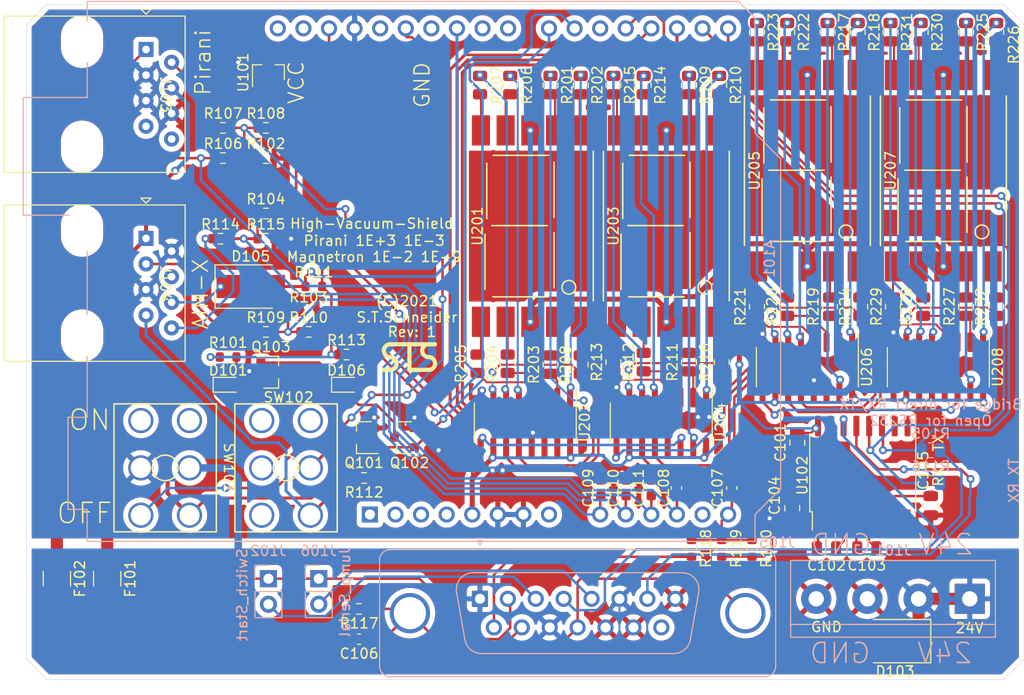
<source format=kicad_pcb>
(kicad_pcb (version 20210424) (generator pcbnew)
  (layers (0 "F.Cu" signal) (31 "B.Cu" signal) (34 "B.Paste" user) (35 "F.Paste" user) (36 "B.SilkS" user "B.Silkscreen") (37 "F.SilkS" user "F.Silkscreen") (38 "B.Mask" user) (39 "F.Mask" user) (44 "Edge.Cuts" user))
  (net 0 "")
  (net 4 "/7SegData")
  (net 6 "/7SegClk")
  (net 8 "/7SegEN")
  (net 11 "/EnableAll")
  (net 12 "GND")
  (net 13 "/Magnetron_Enable")
  (net 17 "/Pirani_ADC")
  (net 18 "/Magnetron_Trip")
  (net 19 "/Magnetron_ADC")
  (net 21 "/Magnetron_Setpoint_ADC")
  (net 22 "/Pirani_Ident")
  (net 25 "/PumpAnalog_5V")
  (net 26 "Net-(A101-Pad30)")
  (net 27 "+24V")
  (net 28 "+5V")
  (net 29 "Net-(D105-Pad1)")
  (net 30 "Net-(D101-Pad2)")
  (net 31 "Net-(Q101-Pad3)")
  (net 32 "Net-(J103-Pad2)")
  (net 33 "Net-(J104-Pad3)")
  (net 34 "Net-(J104-Pad7)")
  (net 35 "Net-(J104-Pad8)")
  (net 36 "Net-(R201-Pad1)")
  (net 37 "Net-(R201-Pad2)")
  (net 38 "Net-(R202-Pad1)")
  (net 39 "Net-(R202-Pad2)")
  (net 40 "Net-(R203-Pad1)")
  (net 41 "Net-(R203-Pad2)")
  (net 42 "Net-(R204-Pad1)")
  (net 43 "Net-(R204-Pad2)")
  (net 44 "Net-(R205-Pad1)")
  (net 45 "Net-(R205-Pad2)")
  (net 46 "Net-(R206-Pad1)")
  (net 47 "Net-(R206-Pad2)")
  (net 48 "Net-(R207-Pad1)")
  (net 49 "Net-(R207-Pad2)")
  (net 50 "Net-(R208-Pad1)")
  (net 51 "Net-(R208-Pad2)")
  (net 52 "Net-(R209-Pad1)")
  (net 53 "Net-(R209-Pad2)")
  (net 54 "Net-(R210-Pad1)")
  (net 55 "Net-(R210-Pad2)")
  (net 56 "Net-(R211-Pad1)")
  (net 57 "Net-(R211-Pad2)")
  (net 58 "Net-(R212-Pad1)")
  (net 59 "Net-(R212-Pad2)")
  (net 60 "Net-(R213-Pad1)")
  (net 61 "Net-(R213-Pad2)")
  (net 62 "Net-(R214-Pad1)")
  (net 63 "Net-(R214-Pad2)")
  (net 64 "Net-(R215-Pad1)")
  (net 65 "Net-(R215-Pad2)")
  (net 66 "Net-(R216-Pad1)")
  (net 67 "Net-(R216-Pad2)")
  (net 68 "Net-(R217-Pad1)")
  (net 69 "Net-(R217-Pad2)")
  (net 70 "Net-(R218-Pad1)")
  (net 71 "Net-(R218-Pad2)")
  (net 72 "Net-(R219-Pad1)")
  (net 73 "Net-(R219-Pad2)")
  (net 74 "Net-(R220-Pad1)")
  (net 75 "Net-(R220-Pad2)")
  (net 76 "Net-(R221-Pad1)")
  (net 77 "Net-(R221-Pad2)")
  (net 78 "Net-(R222-Pad1)")
  (net 79 "Net-(R222-Pad2)")
  (net 80 "Net-(R223-Pad1)")
  (net 81 "Net-(R223-Pad2)")
  (net 82 "Net-(R224-Pad1)")
  (net 83 "Net-(R224-Pad2)")
  (net 84 "Net-(R225-Pad1)")
  (net 85 "Net-(R225-Pad2)")
  (net 86 "Net-(R226-Pad1)")
  (net 87 "Net-(R226-Pad2)")
  (net 88 "Net-(R227-Pad1)")
  (net 89 "Net-(R227-Pad2)")
  (net 90 "Net-(R228-Pad1)")
  (net 91 "Net-(R228-Pad2)")
  (net 92 "Net-(R229-Pad1)")
  (net 93 "Net-(R229-Pad2)")
  (net 94 "Net-(R230-Pad1)")
  (net 95 "Net-(R230-Pad2)")
  (net 96 "Net-(R231-Pad1)")
  (net 97 "Net-(R231-Pad2)")
  (net 98 "Net-(R232-Pad1)")
  (net 99 "Net-(R232-Pad2)")
  (net 101 "Net-(U202-Pad9)")
  (net 102 "Net-(U204-Pad9)")
  (net 103 "Net-(U206-Pad9)")
  (net 108 "Net-(D101-Pad1)")
  (net 109 "Earth")
  (net 110 "Net-(D106-Pad1)")
  (net 111 "Net-(D106-Pad2)")
  (net 112 "Net-(C102-Pad1)")
  (net 113 "Net-(C102-Pad2)")
  (net 114 "Net-(C103-Pad1)")
  (net 115 "Net-(C103-Pad2)")
  (net 116 "Net-(C104-Pad1)")
  (net 117 "Net-(C105-Pad1)")
  (net 118 "/RS232_TX")
  (net 119 "/RS232_RX")
  (net 120 "/TX")
  (net 121 "/RX")
  (net 126 "/Main_ON")
  (net 127 "/24_Ext")
  (net 128 "GNDPWR")
  (net 129 "/GND_Ref")
  (net 130 "/Start")
  (net 131 "/Serial")
  (net 132 "/PumpAnalog")
  (footprint "Capacitor_SMD:C_0603_1608Metric" (layer "F.Cu") (at 89 81 180)
    (fp_text reference "C106")
    (fp_text value "100n")
  )
  (footprint "LED_SMD:LED_0603_1608Metric" (layer "F.Cu") (at 76 55.75)
    (fp_text reference "D101")
    (fp_text value "grün")
  )
  (footprint "Resistor_SMD:R_0805_2012Metric" (layer "F.Cu") (at 108 26 -90)
    (fp_text reference "R201")
    (fp_text value "R")
  )
  (footprint "Resistor_SMD:R_0603_1608Metric" (layer "F.Cu") (at 75.25 41.25)
    (fp_text reference "R114")
    (fp_text value "10k")
  )
  (footprint "Resistor_SMD:R_0603_1608Metric" (layer "F.Cu") (at 79.75 38.75)
    (fp_text reference "R104")
    (fp_text value "10k")
  )
  (footprint "Resistor_SMD:R_0603_1608Metric" (layer "F.Cu") (at 79.75 50.5)
    (fp_text reference "R109")
    (fp_text value "10k")
  )
  (footprint "Capacitor_SMD:C_0603_1608Metric" (layer "F.Cu") (at 113 66 90)
    (fp_text reference "C109")
    (fp_text value "100n")
  )
  (footprint "Resistor_SMD:R_1210_3225Metric" (layer "F.Cu") (at 64 75 -90)
    (fp_text reference "F101")
    (fp_text value "Fuse")
  )
  (footprint "Resistor_SMD:R_0805_2012Metric" (layer "F.Cu") (at 138.5 20.75 -90)
    (fp_text reference "R218")
    (fp_text value "R")
  )
  (footprint "Package_SO:SOIC-16_3.9x9.9mm_P1.27mm" (layer "F.Cu") (at 133.5 54 -90)
    (fp_text reference "U206")
    (fp_text value "74HC595")
  )
  (footprint "Resistor_SMD:R_0603_1608Metric" (layer "F.Cu") (at 76 53)
    (fp_text reference "R101")
    (fp_text value "470")
  )
  (footprint "Sven:RJ45_Amphenol_54602_mod" (layer "F.Cu") (at 69.28 26.9675 -90)
    (fp_text reference "J103")
    (fp_text value "RJ45")
  )
  (footprint "Resistor_SMD:R_0603_1608Metric" (layer "F.Cu") (at 75.5 33.25)
    (fp_text reference "R106")
    (fp_text value "10k")
  )
  (footprint "Resistor_SMD:R_0805_2012Metric" (layer "F.Cu") (at 104 26 -90)
    (fp_text reference "R206")
    (fp_text value "R")
  )
  (footprint "Resistor_SMD:R_0603_1608Metric" (layer "F.Cu") (at 89 78 180)
    (fp_text reference "R117")
    (fp_text value "10")
  )
  (footprint "Resistor_SMD:R_0603_1608Metric" (layer "F.Cu") (at 84 50.5)
    (fp_text reference "R110")
    (fp_text value "10k")
  )
  (footprint "Resistor_SMD:R_0805_2012Metric" (layer "F.Cu") (at 100.75 53.6625 90)
    (fp_text reference "R205")
    (fp_text value "R")
  )
  (footprint "Resistor_SMD:R_0603_1608Metric" (layer "F.Cu") (at 79.75 33.25)
    (fp_text reference "R102")
    (fp_text value "10k")
  )
  (footprint "Package_TO_SOT_SMD:SOT-23" (layer "F.Cu") (at 89.5 61 180)
    (fp_text reference "Q101")
    (fp_text value "Q_NMOS_GSD")
  )
  (footprint "Resistor_SMD:R_0805_2012Metric" (layer "F.Cu") (at 108 53.75 90)
    (fp_text reference "R203")
    (fp_text value "R")
  )
  (footprint "Resistor_SMD:R_0805_2012Metric" (layer "F.Cu") (at 142 48 90)
    (fp_text reference "R229")
    (fp_text value "R")
  )
  (footprint "Capacitor_SMD:C_0805_2012Metric" (layer "F.Cu") (at 139.4 72 180)
    (fp_text reference "C103")
    (fp_text value "1µ 16V")
  )
  (footprint "Resistor_SMD:R_0805_2012Metric" (layer "F.Cu") (at 135.75 48 90)
    (fp_text reference "R219")
    (fp_text value "R")
  )
  (footprint "Capacitor_SMD:C_0603_1608Metric" (layer "F.Cu") (at 115.5 66 90)
    (fp_text reference "C110")
    (fp_text value "100n")
  )
  (footprint "Diode_SMD:D_SMB" (layer "F.Cu") (at 78.25 46)
    (fp_text reference "D105")
    (fp_text value "STPS340U")
  )
  (footprint "Resistor_SMD:R_0603_1608Metric" (layer "F.Cu") (at 84.5 46)
    (fp_text reference "R111")
    (fp_text value "10k")
  )
  (footprint "Sven:RJ45_Amphenol_54602_mod" (layer "F.Cu") (at 69.28 45.7175 -90)
    (fp_text reference "J104")
    (fp_text value "RJ45")
  )
  (footprint "Resistor_SMD:R_0805_2012Metric" (layer "F.Cu") (at 141.75 20.75 -90)
    (fp_text reference "R231")
    (fp_text value "R")
  )
  (footprint "Resistor_SMD:R_0805_2012Metric" (layer "F.Cu") (at 121.75 26 -90)
    (fp_text reference "R209")
    (fp_text value "R")
  )
  (footprint "Capacitor_SMD:C_0603_1608Metric" (layer "F.Cu") (at 120.5 66 90)
    (fp_text reference "C108")
    (fp_text value "100n")
  )
  (footprint "Resistor_SMD:R_0805_2012Metric" (layer "F.Cu") (at 114.25 53.5 90)
    (fp_text reference "R213")
    (fp_text value "R")
  )
  (footprint "Resistor_SMD:R_0805_2012Metric" (layer "F.Cu") (at 121.75 53.5 90)
    (fp_text reference "R211")
    (fp_text value "R")
  )
  (footprint "Capacitor_SMD:C_0805_2012Metric" (layer "F.Cu") (at 132 68 -90)
    (fp_text reference "C104")
    (fp_text value "1µ 16V")
  )
  (footprint "Capacitor_SMD:C_0805_2012Metric" (layer "F.Cu") (at 145.75 67.75 -90)
    (fp_text reference "C105")
    (fp_text value "1µ 16V")
  )
  (footprint "Capacitor_SMD:C_0805_2012Metric" (layer "F.Cu") (at 132.5 61.5 90)
    (fp_text reference "C101")
    (fp_text value "1µ 16V")
  )
  (footprint "Capacitor_SMD:C_0805_2012Metric" (layer "F.Cu") (at 135.4 72 180)
    (fp_text reference "C102")
    (fp_text value "1µ 16V")
  )
  (footprint "Capacitor_SMD:C_0603_1608Metric" (layer "F.Cu") (at 126 66 90)
    (fp_text reference "C107")
    (fp_text value "100n")
  )
  (footprint "Resistor_SMD:R_0603_1608Metric" (layer "F.Cu") (at 79.75 30.25)
    (fp_text reference "R108")
    (fp_text value "10k")
  )
  (footprint "Package_TO_SOT_SMD:SOT-23" (layer "F.Cu") (at 80 24.75 90)
    (fp_text reference "U101")
    (fp_text value "REF3040")
  )
  (footprint "Package_SO:SOIC-16_3.9x9.9mm_P1.27mm" (layer "F.Cu") (at 146.5 54 -90)
    (fp_text reference "U208")
    (fp_text value "74HC595")
  )
  (footprint "Display_7Segment:7SEGMENT-LED__HDSM531_HDSM533_SMD" (layer "F.Cu") (at 147 34.5 90)
    (fp_text reference "U207")
    (fp_text value "KCSA02-106")
  )
  (footprint "Resistor_SMD:R_0603_1608Metric" (layer "F.Cu") (at 84 48.5)
    (fp_text reference "R103")
    (fp_text value "10k")
  )
  (footprint "Package_SO:SOIC-16_3.9x9.9mm_P1.27mm" (layer "F.Cu") (at 105.5 59.5 -90)
    (fp_text reference "U202")
    (fp_text value "74HC595")
  )
  (footprint "Resistor_SMD:R_0805_2012Metric" (layer "F.Cu") (at 138.75 48 90)
    (fp_text reference "R224")
    (fp_text value "R")
  )
  (footprint "Package_TO_SOT_SMD:SOT-23" (layer "F.Cu") (at 80.25 54.5)
    (fp_text reference "Q103")
    (fp_text value "Q_NMOS_GSD")
  )
  (footprint "Resistor_SMD:R_0805_2012Metric" (layer "F.Cu") (at 117.25 53.5 90)
    (fp_text reference "R212")
    (fp_text value "R")
  )
  (footprint "Resistor_SMD:R_0805_2012Metric" (layer "F.Cu") (at 125 53.5 90)
    (fp_text reference "R216")
    (fp_text value "R")
  )
  (footprint "Resistor_SMD:R_0805_2012Metric" (layer "F.Cu") (at 135.5 20.75 -90)
    (fp_text reference "R217")
    (fp_text value "R")
  )
  (footprint "Resistor_SMD:R_0805_2012Metric" (layer "F.Cu") (at 145 48 90)
    (fp_text reference "R228")
    (fp_text value "R")
  )
  (footprint "Diode_SMD:D_SMB" (layer "F.Cu") (at 142.2 81.2 180)
    (fp_text reference "D103")
    (fp_text value "STPS340U")
  )
  (footprint "Resistor_SMD:R_0805_2012Metric" (layer "F.Cu") (at 111 26 -90)
    (fp_text reference "R202")
    (fp_text value "R")
  )
  (footprint "Resistor_SMD:R_0805_2012Metric" (layer "F.Cu") (at 152.25 20.75 -90)
    (fp_text reference "R226")
    (fp_text value "R")
  )
  (footprint "Package_TO_SOT_SMD:SOT-23" (layer "F.Cu") (at 93.5 61 180)
    (fp_text reference "Q102")
    (fp_text value "Q_NMOS_GSD")
  )
  (footprint "Resistor_SMD:R_0805_2012Metric" (layer "F.Cu") (at 117.25 26 -90)
    (fp_text reference "R214")
    (fp_text value "R")
  )
  (footprint "Sven:STS" (layer "F.Cu") (at 94 53.635)
    (fp_text reference "REF**")
    (fp_text value "STS")
  )
  (footprint "Display_7Segment:7SEGMENT-LED__HDSM531_HDSM533_SMD" (layer "F.Cu") (at 119.5 40 90)
    (fp_text reference "U203")
    (fp_text value "KCSA02-106")
  )
  (footprint "Resistor_SMD:R_0805_2012Metric" (layer "F.Cu") (at 149.25 48 90)
    (fp_text reference "R227")
    (fp_text value "R")
  )
  (footprint "Resistor_SMD:R_0805_2012Metric" (layer "F.Cu") (at 152.25 48 90)
    (fp_text reference "R232")
    (fp_text value "R")
  )
  (footprint "Resistor_SMD:R_0805_2012Metric" (layer "F.Cu") (at 149.25 20.75 -90)
    (fp_text reference "R225")
    (fp_text value "R")
  )
  (footprint "Resistor_SMD:R_0805_2012Metric" (layer "F.Cu") (at 128.5 20.75 -90)
    (fp_text reference "R223")
    (fp_text value "R")
  )
  (footprint "Resistor_SMD:R_0805_2012Metric" (layer "F.Cu") (at 128.5 48 90)
    (fp_text reference "R221")
    (fp_text value "R")
  )
  (footprint "Display_7Segment:7SEGMENT-LED__HDSM531_HDSM533_SMD" (layer "F.Cu") (at 106 40 90)
    (fp_text reference "U201")
    (fp_text value "KCSA02-106")
  )
  (footprint "Sven:Switch_DPDT" (layer "F.Cu") (at 81.75 64 -90)
    (fp_text reference "SW102")
    (fp_text value "SW_SPDT")
  )
  (footprint "Resistor_SMD:R_0603_1608Metric" (layer "F.Cu") (at 79.75 41.25)
    (fp_text reference "R115")
    (fp_text value "10k")
  )
  (footprint "Resistor_SMD:R_0805_2012Metric" (layer "F.Cu") (at 124.75 26 -90)
    (fp_text reference "R210")
    (fp_text value "R")
  )
  (footprint "Resistor_SMD:R_0603_1608Metric" (layer "F.Cu") (at 125 72 -90)
    (fp_text reference "R119")
    (fp_text value "10k")
  )
  (footprint "Resistor_SMD:R_0805_2012Metric" (layer "F.Cu") (at 101 26 -90)
    (fp_text reference "R207")
    (fp_text value "R")
  )
  (footprint "Resistor_SMD:R_0805_2012Metric" (layer "F.Cu") (at 144.75 20.75 -90)
    (fp_text reference "R230")
    (fp_text value "R")
  )
  (footprint "Resistor_SMD:R_0805_2012Metric" (layer "F.Cu") (at 111 53.75 90)
    (fp_text reference "R208")
    (fp_text value "R")
  )
  (footprint "Resistor_SMD:R_0603_1608Metric" (layer "F.Cu") (at 128 72 -90)
    (fp_text reference "R120")
    (fp_text value "10k")
  )
  (footprint "Resistor_SMD:R_0805_2012Metric" (layer "F.Cu") (at 114.25 26 -90)
    (fp_text reference "R215")
    (fp_text value "R")
  )
  (footprint "Display_7Segment:7SEGMENT-LED__HDSM531_HDSM533_SMD" (layer "F.Cu") (at 133.5 34.5 90)
    (fp_text reference "U205")
    (fp_text value "KCSA02-106")
  )
  (footprint "Capacitor_SMD:C_0603_1608Metric" (layer "F.Cu") (at 118 66 90)
    (fp_text reference "C111")
    (fp_text value "100n")
  )
  (footprint "Resistor_SMD:R_0603_1608Metric" (layer "F.Cu") (at 122 72 -90)
    (fp_text reference "R118")
    (fp_text value "10k")
  )
  (footprint "Resistor_SMD:R_0603_1608Metric" (layer "F.Cu") (at 87.75 52.75)
    (fp_text reference "R113")
    (fp_text value "470")
  )
  (footprint "Package_SO:SOIC-16_3.9x9.9mm_P1.27mm" (layer "F.Cu") (at 119 59.5 -90)
    (fp_text reference "U204")
    (fp_text value "74HC595")
  )
  (footprint "Resistor_SMD:R_1210_3225Metric" (layer "F.Cu") (at 59 75 -90)
    (fp_text reference "F102")
    (fp_text value "Fuse")
  )
  (footprint "Resistor_SMD:R_0805_2012Metric" (layer "F.Cu") (at 103.75 53.6625 90)
    (fp_text reference "R204")
    (fp_text value "R")
  )
  (footprint "Resistor_SMD:R_0603_1608Metric" (layer "F.Cu") (at 75.5 30.25)
    (fp_text reference "R107")
    (fp_text value "10k")
  )
  (footprint "Package_SO:SOIC-16W_7.5x10.3mm_P1.27mm" (layer "F.Cu") (at 139 64.5 90)
    (fp_text reference "U102")
    (fp_text value "MAX232")
  )
  (footprint "Resistor_SMD:R_0805_2012Metric" (layer "F.Cu") (at 131.5 20.75 -90)
    (fp_text reference "R222")
    (fp_text value "R")
  )
  (footprint "Sven:Switch_DPDT" (layer "F.Cu") (at 69.75 64 -90)
    (fp_text reference "SW101")
    (fp_text value "SW_DPST")
  )
  (footprint "LED_SMD:LED_0603_1608Metric" (layer "F.Cu") (at 87.75 55.75)
    (fp_text reference "D106")
    (fp_text value "grün")
  )
  (footprint "Resistor_SMD:R_0805_2012Metric" (layer "F.Cu") (at 131.5 48 90)
    (fp_text reference "R220")
    (fp_text value "R")
  )
  (footprint "Resistor_SMD:R_0603_1608Metric" (layer "F.Cu") (at 89.5 65 180)
    (fp_text reference "R112")
    (fp_text value "NC")
  )
  (footprint "Connector_PinSocket_2.54mm:PinSocket_1x02_P2.54mm_Vertical" (layer "B.Cu") (at 85 75 180)
    (fp_text reference "J106")
    (fp_text value "Serial")
  )
  (footprint "Connector_Dsub:DSUB-15_Female_Vertical_P2.77x2.84mm_MountingHoles" (layer "B.Cu") (at 101 77 180)
    (fp_text reference "J105")
    (fp_text value "DB15_Female_MountingHoles")
  )
  (footprint "Connector_PinSocket_2.54mm:PinSocket_1x02_P2.54mm_Vertical" (layer "B.Cu") (at 80 75 180)
    (fp_text reference "J102")
    (fp_text value "Start")
  )
  (footprint "Resistor_SMD:R_0805_2012Metric" (layer "B.Cu") (at 145.75 65.5 180)
    (fp_text reference "R116")
    (fp_text value "Open")
  )
  (footprint "Module:Arduino_UNO_R3" (layer "B.Cu") (at 90.075 68.63)
    (fp_text reference "A101")
    (fp_text value "Arduino_UNO_R3")
  )
  (footprint "Resistor_SMD:R_0805_2012Metric" (layer "B.Cu") (at 145.75 62.25 180)
    (fp_text reference "R105")
    (fp_text value "Open")
  )
  (footprint "TerminalBlock:TerminalBlock_bornier-4_P5.08mm" (layer "B.Cu") (at 149.62 77 180)
    (fp_text reference "J101")
    (fp_text value "Conn_01x02")
  )
  (gr_line (start 56 83) (end 56 20) (layer "Edge.Cuts") (width 0.05))
  (gr_line (start 155 20) (end 155 83) (layer "Edge.Cuts") (width 0.05))
  (gr_line (start 153 18) (end 155 20) (layer "Edge.Cuts") (width 0.05))
  (gr_line (start 155 83) (end 153 85) (layer "Edge.Cuts") (width 0.05))
  (gr_line (start 153 85) (end 58 85) (layer "Edge.Cuts") (width 0.05))
  (gr_line (start 58 85) (end 56 83) (layer "Edge.Cuts") (width 0.05))
  (gr_line (start 56 20) (end 58 18) (layer "Edge.Cuts") (width 0.05))
  (gr_line (start 58 18) (end 153 18) (layer "Edge.Cuts") (width 0.05))
  (gr_text "24V   GND" (at 141.9 71.6) (layer "B.SilkS") (effects (font (size 2 2)) (justify mirror)))
  (gr_text "24V   GND" (at 141.8 82.4) (layer "B.SilkS") (effects (font (size 2 2)) (justify mirror)))
  (gr_text "TX RX" (at 154 65.25 90) (layer "B.SilkS") (effects (font (size 1 1)) (justify mirror)))
  (gr_text "Switch_Start\n" (at 77.4 76.6 90) (layer "B.SilkS") (effects (font (size 1 1)) (justify mirror)))
  (gr_text "Jump_Serial" (at 87.6 76.3 90) (layer "B.SilkS") (effects (font (size 1 1)) (justify mirror)))
  (gr_text "Bridge for direct RX/TX\nOpen for RS232" (at 145.75 58.5) (layer "B.SilkS") (effects (font (size 1 1)) (justify mirror)))
  (gr_text "GND\n" (at 135.4 79.8) (layer "F.SilkS") (effects (font (size 1 1))))
  (gr_text "(C)2021\nS.T.Schneider" (at 93.75 48.25) (layer "F.SilkS") (effects (font (size 1 1))))
  (gr_text "24V\n" (at 149.6 79.9) (layer "F.SilkS") (effects (font (size 1 1))))
  (gr_text "Pirani" (at 73.5 23.75 90) (layer "F.SilkS") (effects (font (size 1.5 1.5))))
  (gr_text "ON" (at 62.25 59.25) (layer "F.SilkS") (effects (font (size 2 2))))
  (gr_text "RX  TX" (at 146.5 63.25 90) (layer "F.SilkS") (effects (font (size 1 1))))
  (gr_text "AIM-X" (at 73.25 46.75 90) (layer "F.SilkS") (effects (font (size 1.5 1.5))))
  (gr_text "GND\n" (at 95.25 26 90) (layer "F.SilkS") (effects (font (size 1.5 1.5))))
  (gr_text "VCC" (at 82.75 25.75 90) (layer "F.SilkS") (effects (font (size 1.5 1.5))))
  (gr_text "Pirani 1E+3 1E-3\nMagnetron 1E-2 1E-9" (at 90.5 42.25) (layer "F.SilkS") (effects (font (size 1 1))))
  (gr_text "OFF\n" (at 61.75 68.5) (layer "F.SilkS") (effects (font (size 2 2))))
  (gr_text "Rev: 1" (at 94.25 50.5) (layer "F.SilkS") (effects (font (size 1 1))))
  (gr_text "High-Vacuum-Shield\n" (at 90.25 39.75) (layer "F.SilkS") (effects (font (size 1 1))))
  (segment (start 107.405 59.155) (end 106.75 58.5) (width 0.3) (layer "F.Cu") (net 4))
  (segment (start 106.75 58.5) (end 100.25 58.5) (width 0.3) (layer "F.Cu") (net 4))
  (segment (start 100.25 58.5) (end 99.25 57.5) (width 0.3) (layer "F.Cu") (net 4))
  (segment (start 120.555 21.945) (end 120.555 20.37) (width 0.3) (layer "F.Cu") (net 4))
  (segment (start 100 24) (end 118.5 24) (width 0.3) (layer "F.Cu") (net 4))
  (segment (start 118.5 24) (end 120.555 21.945) (width 0.3) (layer "F.Cu") (net 4))
  (segment (start 107.405 61.975) (end 107.405 59.155) (width 0.3) (layer "F.Cu") (net 4))
  (segment (start 99.25 57.5) (end 99.25 24.75) (width 0.3) (layer "F.Cu") (net 4))
  (segment (start 99.25 24.75) (end 100 24) (width 0.3) (layer "F.Cu") (net 4))
  (segment (start 124.5 64.25) (end 118.395 64.25) (width 0.25) (layer "F.Cu") (net 6))
  (segment (start 131.25 55) (end 128.25 55) (width 0.25) (layer "F.Cu") (net 6))
  (segment (start 131.595 55.345) (end 131.25 55) (width 0.25) (layer "F.Cu") (net 6))
  (segment (start 112.75 62.75) (end 111.30048 64.19952) (width 0.25) (layer "F.Cu") (net 6))
  (segment (start 111.30048 64.19952) (end 104.84452 64.19952) (width 0.25) (layer "F.Cu") (net 6))
  (segment (start 117.095 60.595) (end 116.75 60.25) (width 0.25) (layer "F.Cu") (net 6))
  (segment (start 116.75 60.25) (end 113.385718 60.25) (width 0.25) (layer "F.Cu") (net 6))
  (segment (start 140.75 56) (end 142 54.75) (width 0.25) (layer "F.Cu") (net 6))
  (segment (start 128.25 55) (end 126.25 57) (width 0.25) (layer "F.Cu") (net 6))
  (segment (start 112.75 60.885718) (end 112.75 62.75) (width 0.25) (layer "F.Cu") (net 6))
  (segment (start 117.095 62.95) (end 117.095 61.975) (width 0.25) (layer "F.Cu") (net 6))
  (segment (start 131.595 56.475) (end 131.595 57.45) (width 0.25) (layer "F.Cu") (net 6))
  (segment (start 131.595 56.475) (end 131.595 57.345) (width 0.25) (layer "F.Cu") (net 6))
  (segment (start 100 59.75) (end 102.345 59.75) (width 0.3) (layer "F.Cu") (net 6))
  (segment (start 99.5 23) (end 98.036766 24.463234) (width 0.3) (layer "F.Cu") (net 6))
  (segment (start 113.385718 60.25) (end 112.75 60.885718) (width 0.25) (layer "F.Cu") (net 6))
  (segment (start 126.25 62.5) (end 124.5 64.25) (width 0.25) (layer "F.Cu") (net 6))
  (segment (start 104.84452 64.19952) (end 103.595 62.95) (width 0.25) (layer "F.Cu") (net 6))
  (segment (start 118.015 20.37) (end 115.385 23) (width 0.25) (layer "F.Cu") (net 6))
  (segment (start 144.595 55.345) (end 144.595 56.475) (width 0.25) (layer "F.Cu") (net 6))
  (segment (start 131.595 56.475) (end 131.595 55.345) (width 0.25) (layer "F.Cu") (net 6))
  (segment (start 142 54.75) (end 144 54.75) (width 0.25) (layer "F.Cu") (net 6))
  (segment (start 140.75 57.25) (end 140.75 56) (width 0.25) (layer "F.Cu") (net 6))
  (segment (start 126.25 57) (end 126.25 62.5) (width 0.25) (layer "F.Cu") (net 6))
  (segment (start 103.595 61) (end 103.595 61.975) (width 0.3) (layer "F.Cu") (net 6))
  (segment (start 98.036766 57.786766) (end 100 59.75) (width 0.3) (layer "F.Cu") (net 6))
  (segment (start 132.59452 58.44952) (end 139.55048 58.44952) (width 0.25) (layer "F.Cu") (net 6))
  (segment (start 115.385 23) (end 99.5 23) (width 0.25) (layer "F.Cu") (net 6))
  (segment (start 102.345 59.75) (end 103.595 61) (width 0.3) (layer "F.Cu") (net 6))
  (segment (start 103.595 62.95) (end 103.595 61.975) (width 0.25) (layer "F.Cu") (net 6))
  (segment (start 131.595 57.45) (end 132.59452 58.44952) (width 0.25) (layer "F.Cu") (net 6))
  (segment (start 118.395 64.25) (end 117.095 62.95) (width 0.25) (layer "F.Cu") (net 6))
  (segment (start 144 54.75) (end 144.595 55.345) (width 0.25) (layer "F.Cu") (net 6))
  (segment (start 117.095 61.975) (end 117.095 60.595) (width 0.25) (layer "F.Cu") (net 6))
  (segment (start 98.036766 24.463234) (end 98.036766 57.786766) (width 0.3) (layer "F.Cu") (net 6))
  (segment (start 139.55048 58.44952) (end 140.75 57.25) (width 0.25) (layer "F.Cu") (net 6))
  (segment (start 112.25 62.5) (end 111 63.75) (width 0.25) (layer "F.Cu") (net 8))
  (segment (start 133.415 58) (end 139 58) (width 0.25) (layer "F.Cu") (net 8))
  (segment (start 117 59.75) (end 113.25 59.75) (width 0.25) (layer "F.Cu") (net 8))
  (segment (start 116.845 19) (end 115.475 20.37) (width 0.25) (layer "F.Cu") (net 8))
  (segment (start 98.75 24.543572) (end 99.793572 23.5) (width 0.3) (layer "F.Cu") (net 8))
  (segment (start 139 58) (end 140.25 56.75) (width 0.25) (layer "F.Cu") (net 8))
  (segment (start 140.25 56.75) (end 140.25 55.75) (width 0.25) (layer "F.Cu") (net 8))
  (segment (start 132.865 57.45) (end 133.415 58) (width 0.25) (layer "F.Cu") (net 8))
  (segment (start 98.75 57.75) (end 98.75 24.543572) (width 0.3) (layer "F.Cu") (net 8))
  (segment (start 141.75 54.25) (end 145 54.25) (width 0.25) (layer "F.Cu") (net 8))
  (segment (start 104.865 60.115) (end 103.75 59) (width 0.3) (layer "F.Cu") (net 8))
  (segment (start 118.5 19) (end 116.845 19) (width 0.25) (layer "F.Cu") (net 8))
  (segment (start 145.865 55.115) (end 145.865 56.475) (width 0.25) (layer "F.Cu") (net 8))
  (segment (start 145 54.25) (end 145.865 55.115) (width 0.25) (layer "F.Cu") (net 8))
  (segment (start 140.25 55.75) (end 141.75 54.25) (width 0.25) (layer "F.Cu") (net 8))
  (segment (start 100 59) (end 98.75 57.75) (width 0.3) (layer "F.Cu") (net 8))
  (segment (start 118.365 61.975) (end 118.365 62.865) (width 0.25) (layer "F.Cu") (net 8))
  (segment (start 118.365 62.865) (end 119.25 63.75) (width 0.25) (layer "F.Cu") (net 8))
  (segment (start 132.865 55.5) (end 132.865 56.475) (width 0.25) (layer "F.Cu") (net 8))
  (segment (start 104.865 61.975) (end 104.865 60.115) (width 0.3) (layer "F.Cu") (net 8))
  (segment (start 125.75 56.75) (end 128 54.5) (width 0.25) (layer "F.Cu") (net 8))
  (segment (start 124.25 63.75) (end 125.75 62.25) (width 0.25) (layer "F.Cu") (net 8))
  (segment (start 132.865 56.475) (end 132.865 57.45) (width 0.25) (layer "F.Cu") (net 8))
  (segment (start 104.865 62.95) (end 104.865 61.975) (width 0.25) (layer "F.Cu") (net 8))
  (segment (start 119.25 21.25) (end 119.25 19.75) (width 0.25) (layer "F.Cu") (net 8))
  (segment (start 117 23.5) (end 119.25 21.25) (width 0.25) (layer "F.Cu") (net 8))
  (segment (start 103.75 59) (end 100 59) (width 0.3) (layer "F.Cu") (net 8))
  (segment (start 113.25 59.75) (end 112.25 60.75) (width 0.25) (layer "F.Cu") (net 8))
  (segment (start 99.793572 23.5) (end 117 23.5) (width 0.25) (layer "F.Cu") (net 8))
  (segment (start 105.665 63.75) (end 104.865 62.95) (width 0.25) (layer "F.Cu") (net 8))
  (segment (start 118.5 19) (end 119.25 19.75) (width 0.25) (layer "F.Cu") (net 8))
  (segment (start 112.25 60.75) (end 112.25 62.5) (width 0.25) (layer "F.Cu") (net 8))
  (segment (start 118.365 61.115) (end 117 59.75) (width 0.25) (layer "F.Cu") (net 8))
  (segment (start 128 54.5) (end 131.865 54.5) (width 0.25) (layer "F.Cu") (net 8))
  (segment (start 118.365 61.975) (end 118.365 61.115) (width 0.25) (layer "F.Cu") (net 8))
  (segment (start 111 63.75) (end 105.665 63.75) (width 0.25) (layer "F.Cu") (net 8))
  (segment (start 131.865 54.5) (end 132.865 55.5) (width 0.25) (layer "F.Cu") (net 8))
  (segment (start 125.75 62.25) (end 125.75 56.75) (width 0.25) (layer "F.Cu") (net 8))
  (segment (start 119.25 63.75) (end 124.25 63.75) (width 0.25) (layer "F.Cu") (net 8))
  (segment (start 96.5 58.25) (end 96.5 58.5) (width 0.25) (layer "F.Cu") (net 11))
  (segment (start 85.5 54) (end 87 54) (width 0.25) (layer "F.Cu") (net 11))
  (segment (start 87.75 52) (end 88 51.75) (width 0.25) (layer "F.Cu") (net 11))
  (segment (start 87.75 53.75) (end 87.75 52.25) (width 0.25) (layer "F.Cu") (net 11))
  (segment (start 85.05 53.55) (end 85.5 54) (width 0.25) (layer "F.Cu") (net 11))
  (segment (start 88.25 51.5) (end 89.75 51.5) (width 0.25) (layer "F.Cu") (net 11))
  (segment (start 89.75 51.5) (end 96.5 58.25) (width 0.25) (layer "F.Cu") (net 11))
  (segment (start 87 54) (end 87.5 54) (width 0.25) (layer "F.Cu") (net 11))
  (segment (start 79.25 53.55) (end 85.05 53.55) (width 0.25) (layer "F.Cu") (net 11))
  (segment (start 87.5 54) (end 87.75 53.75) (width 0.25) (layer "F.Cu") (net 11))
  (segment (start 87.75 52.25) (end 87.75 52) (width 0.25) (layer "F.Cu") (net 11))
  (segment (start 88 51.75) (end 88.25 51.5) (width 0.25) (layer "F.Cu") (net 11))
  (via (at 96.5 58.5) (size 0.8) (drill 0.4) (layers "F.Cu" "B.Cu") (net 11))
  (segment (start 100.364282 23.25) (end 100.5 23.25) (width 0.25) (layer "B.Cu") (net 11))
  (segment (start 99.55048 24.063802) (end 100.364282 23.25) (width 0.25) (layer "B.Cu") (net 11))
  (segment (start 110.395 20.37) (end 109.025 19) (width 0.25) (layer "B.Cu") (net 11))
  (segment (start 96.5 58.5) (end 97 58.5) (width 0.25) (layer "B.Cu") (net 11))
  (segment (start 99.55048 53.55048) (end 99.55048 24.063802) (width 0.25) (layer "B.Cu") (net 11))
  (segment (start 105 23.25) (end 106.125 22.125) (width 0.25) (layer "B.Cu") (net 11))
  (segment (start 97 58.5) (end 100.75 54.75) (width 0.25) (layer "B.Cu") (net 11))
  (segment (start 106.125 19.375) (end 106.125 22.125) (width 0.25) (layer "B.Cu") (net 11))
  (segment (start 100.5 23.25) (end 105 23.25) (width 0.25) (layer "B.Cu") (net 11))
  (segment (start 109.025 19) (end 106.5 19) (width 0.25) (layer "B.Cu") (net 11))
  (segment (start 106.5 19) (end 106.125 19.375) (width 0.25) (layer "B.Cu") (net 11))
  (segment (start 100.75 54.75) (end 99.55048 53.55048) (width 0.25) (layer "B.Cu") (net 11))
  (segment (start 89.45 61.3) (end 89.45 62.35) (width 0.25) (layer "F.Cu") (net 12))
  (segment (start 94.55 64.6) (end 96.9 62.25) (width 0.25) (layer "F.Cu") (net 12))
  (segment (start 125 72.825) (end 128 72.825) (width 0.2) (layer "F.Cu") (net 12))
  (segment (start 122.65 58.95) (end 123.75 58.95) (width 0.4) (layer "F.Cu") (net 12))
  (segment (start 94.5 60.05) (end 94.5 59) (width 0.25) (layer "F.Cu") (net 12))
  (segment (start 114.9 58.85) (end 115 58.95) (width 0.4) (layer "F.Cu") (net 12))
  (segment (start 142.055 50.555) (end 142.05 50.55) (width 0.25) (layer "F.Cu") (net 12))
  (segment (start 78.5 55.45) (end 78.1 55.05) (width 0.25) (layer "F.Cu") (net 12))
  (segment (start 80.575 41.25) (end 82.25 41.25) (width 0.25) (layer "F.Cu") (net 12))
  (segment (start 84.825 51.025) (end 84.825 50.5) (width 0.25) (layer "F.Cu") (net 12))
  (segment (start 83.65 52.2) (end 84.825 51.025) (width 0.25) (layer "F.Cu") (net 12))
  (segment (start 78.1 54.4) (end 78.1 52.85) (width 0.25) (layer "F.Cu") (net 12))
  (segment (start 130 72) (end 130 69.25) (width 0.2) (layer "F.Cu") (net 12))
  (segment (start 89.45 62.6) (end 90.25 63.4) (width 0.25) (layer "F.Cu") (net 12))
  (segment (start 90.5 60.25) (end 89.65 61.1) (width 0.25) (layer "F.Cu") (net 12))
  (segment (start 89.65 61.1) (end 89.45 61.3) (width 0.25) (layer "F.Cu") (net 12))
  (segment (start 114.555 57.025) (end 114.555 58.505) (width 0.4) (layer "F.Cu") (net 12))
  (segment (start 134.135 56.475) (end 134.135 55.315) (width 0.25) (layer "F.Cu") (net 12))
  (segment (start 79.25 55.45) (end 78.5 55.45) (width 0.25) (layer "F.Cu") (net 12))
  (segment (start 101.055 56.469598) (end 101.212299 56.312299) (width 0.25) (layer "F.Cu") (net 12))
  (segment (start 90.5 60.05) (end 90.5 60.25) (width 0.25) (layer "F.Cu") (net 12))
  (segment (start 114.555 57.025) (end 114.555 56.005) (width 0.25) (layer "F.Cu") (net 12))
  (segment (start 78.75 52.2) (end 83.65 52.2) (width 0.25) (layer "F.Cu") (net 12))
  (segment (start 101.055 57.025) (end 101.055 56.469598) (width 0.25) (layer "F.Cu") (net 12))
  (segment (start 91.45 64.6) (end 93.6 64.6) (width 0.25) (layer "F.Cu") (net 12))
  (segment (start 78.3 44.5) (end 80.575 42.225) (width 0.25) (layer "F.Cu") (net 12))
  (segment (start 64 73.5375) (end 64 70) (width 1.2) (layer "F.Cu") (net 12))
  (segment (start 129.055 50.705) (end 129.05 50.7) (width 0.25) (layer "F.Cu") (net 12))
  (segment (start 90.5 60.05) (end 90.5 59) (width 0.25) (layer "F.Cu") (net 12))
  (segment (start 59 73.5375) (end 59 70) (width 1.2) (layer "F.Cu") (net 12))
  (segment (start 130 69.25) (end 129.75 69) (width 0.2) (layer "F.Cu") (net 12))
  (segment (start 89.45 62.35) (end 89.45 62.6) (width 0.25) (layer "F.Cu") (net 12))
  (segment (start 114.555 56.005) (end 114.55 56) (width 0.25) (layer "F.Cu") (net 12))
  (segment (start 78.1 55.05) (end 78.1 54.4) (width 0.25) (layer "F.Cu") (net 12))
  (segment (start 78.1 52.85) (end 78.75 52.2) (width 0.25) (layer "F.Cu") (net 12))
  (segment (start 106.135 60.615) (end 106.25 60.5) (width 0.4) (layer "F.Cu") (net 12))
  (segment (start 78.3 47.6) (end 78.3 44.5) (width 0.25) (layer "F.Cu") (net 12))
  (segment (start 129.175 72.825) (end 130 72) (width 0.2) (layer "F.Cu") (net 12))
  (segment (start 115 58.95) (end 122.65 58.95) (width 0.4) (layer "F.Cu") (net 12))
  (segment (start 106.135 61.975) (end 106.135 60.615) (width 0.4) (layer "F.Cu") (net 12))
  (segment (start 93.6 64.6) (end 94.55 64.6) (width 0.25) (layer "F.Cu") (net 12))
  (segment (start 134.135 55.315) (end 134.15 55.3) (width 0.25) (layer "F.Cu") (net 12))
  (segment (start 128 72.825) (end 129.175 72.825) (width 0.2) (layer "F.Cu") (net 12))
  (segment (start 90.25 63.4) (end 91.45 64.6) (width 0.25) (layer "F.Cu") (net 12))
  (segment (start 142.055 51.525) (end 142.055 50.555) (width 0.25) (layer "F.Cu") (net 12))
  (segment (start 80.575 42.225) (end 80.575 41.25) (width 0.25) (layer "F.Cu") (net 12))
  (segment (start 80 23.75) (end 77 23.75) (width 0.25) (layer "F.Cu") (net 12))
  (segment (start 129.055 51.525) (end 129.055 50.705) (width 0.25) (layer "F.Cu") (net 12))
  (segment (start 114.555 58.505) (end 114.9 58.85) (width 0.4) (layer "F.Cu") (net 12))
  (via (at 103.25 64.25) (size 0.8) (drill 0.4) (layers "F.Cu" "B.Cu") (net 12))
  (via (at 129.05 50.7) (size 0.8) (drill 0.4) (layers "F.Cu" "B.Cu") (net 12))
  (via (at 142.05 50.55) (size 0.8) (drill 0.4) (layers "F.Cu" "B.Cu") (net 12))
  (via (at 114.55 56) (size 0.8) (drill 0.4) (layers "F.Cu" "B.Cu") (net 12))
  (via (at 134.15 55.3) (size 0.8) (drill 0.4) (layers "F.Cu" "B.Cu") (net 12))
  (via (at 90.5 59) (size 0.8) (drill 0.4) (layers "F.Cu" "B.Cu") (net 12))
  (via (at 122.65 58.95) (size 0.8) (drill 0.4) (layers "F.Cu" "B.Cu") (net 12))
  (via (at 77 23.75) (size 0.8) (drill 0.4) (layers "F.Cu" "B.Cu") (net 12))
  (via (at 94.5 59) (size 0.8) (drill 0.4) (layers "F.Cu" "B.Cu") (net 12))
  (via (at 102.25 64.25) (size 0.8) (drill 0.4) (layers "F.Cu" "B.Cu") (net 12))
  (via (at 78.1 54.4) (size 0.8) (drill 0.4) (layers "F.Cu" "B.Cu") (net 12))
  (via (at 129.75 69) (size 0.8) (drill 0.4) (layers "F.Cu" "B.Cu") (net 12))
  (via (at 123.75 58.95) (size 0.8) (drill 0.4) (layers "F.Cu" "B.Cu") (net 12))
  (via (at 106.25 60.5) (size 0.8) (drill 0.4) (layers "F.Cu" "B.Cu") (net 12))
  (via (at 101.212299 56.312299) (size 0.8) (drill 0.4) (layers "F.Cu" "B.Cu") (net 12))
  (via (at 96.9 62.25) (size 0.8) (drill 0.4) (layers "F.Cu" "B.Cu") (net 12))
  (via (at 82.25 41.25) (size 0.8) (drill 0.4) (layers "F.Cu" "B.Cu") (net 12))
  (segment (start 94.5 61.95) (end 94.55 61.95) (width 0.25) (layer "F.Cu") (net 13))
  (segment (start 94.55 61.95) (end 97.362701 59.137299) (width 0.25) (layer "F.Cu") (net 13))
  (segment (start 94.5 61.95) (end 90.5 61.95) (width 0.25) (layer "F.Cu") (net 13))
  (via (at 97.362701 59.137299) (size 0.8) (drill 0.4) (layers "F.Cu" "B.Cu") (net 13))
  (segment (start 100 25.5) (end 100 24.25) (width 0.25) (layer "B.Cu") (net 13))
  (segment (start 101.25 55.25) (end 101.25 26.75) (width 0.25) (layer "B.Cu") (net 13))
  (segment (start 105.75 23.75) (end 107.855 21.645) (width 0.25) (layer "B.Cu") (net 13))
  (segment (start 107.855 21.645) (end 107.855 20.37) (width 0.25) (layer "B.Cu") (net 13))
  (segment (start 101.25 26.75) (end 100 25.5) (width 0.25) (layer "B.Cu") (net 13))
  (segment (start 100 24.25) (end 100.5 23.75) (width 0.25) (layer "B.Cu") (net 13))
  (segment (start 97.362701 59.137299) (end 101.25 55.25) (width 0.25) (layer "B.Cu") (net 13))
  (segment (start 100.5 23.75) (end 105.75 23.75) (width 0.25) (layer "B.Cu") (net 13))
  (segment (start 93 48.7) (end 87.65 43.35) (width 0.25) (layer "F.Cu") (net 17))
  (segment (start 112.935 66.84) (end 113 66.775) (width 0.25) (layer "F.Cu") (net 17))
  (segment (start 78.925 32.675) (end 77.6 31.35) (width 0.25) (layer "F.Cu") (net 17))
  (segment (start 76.325 30.25) (end 77.6 30.25) (width 0.25) (layer "F.Cu") (net 17))
  (segment (start 77.6 31.35) (end 77.6 30.25) (width 0.25) (layer "F.Cu") (net 17))
  (segment (start 87.65 43.35) (end 87.65 38.3) (width 0.25) (layer "F.Cu") (net 17))
  (segment (start 112.935 68.63) (end 112.935 66.84) (width 0.25) (layer "F.Cu") (net 17))
  (segment (start 78.925 33) (end 78.925 32.675) (width 0.25) (layer "F.Cu") (net 17))
  (segment (start 77.6 30.25) (end 78.925 30.25) (width 0.25) (layer "F.Cu") (net 17))
  (segment (start 78.925 32.675) (end 78.925 33.25) (width 0.25) (layer "F.Cu") (net 17))
  (via (at 77.6 30.25) (size 0.8) (drill 0.4) (layers "F.Cu" "B.Cu") (net 17))
  (via (at 93 48.7) (size 0.8) (drill 0.4) (layers "F.Cu" "B.Cu") (net 17))
  (via (at 87.65 38.3) (size 0.8) (drill 0.4) (layers "F.Cu" "B.Cu") (net 17))
  (segment (start 91.45 60.6) (end 91.45 54) (width 0.25) (layer "B.Cu") (net 17))
  (segment (start 91.45 54) (end 93.45 52) (width 0.25) (layer "B.Cu") (net 17))
  (segment (start 85.65 38.3) (end 77.6 30.25) (width 0.25) (layer "B.Cu") (net 17))
  (segment (start 112.935 68.63) (end 111.38 68.63) (width 0.25) (layer "B.Cu") (net 17))
  (segment (start 87.65 38.3) (end 85.65 38.3) (width 0.25) (layer "B.Cu") (net 17))
  (segment (start 93.45 52) (end 93.45 49.15) (width 0.25) (layer "B.Cu") (net 17))
  (segment (start 93.45 49.15) (end 93 48.7) (width 0.25) (layer "B.Cu") (net 17))
  (segment (start 111.38 68.63) (end 109.35 66.6) (width 0.25) (layer "B.Cu") (net 17))
  (segment (start 109.35 66.6) (end 97.45 66.6) (width 0.25) (layer "B.Cu") (net 17))
  (segment (start 97.45 66.6) (end 91.45 60.6) (width 0.25) (layer "B.Cu") (net 17))
  (segment (start 83.675 46) (end 83.675 45.075) (width 0.3) (layer "F.Cu") (net 18))
  (segment (start 80.4 46) (end 83.675 46) (width 0.3) (layer "F.Cu") (net 18))
  (segment (start 83.675 45.075) (end 84.25 44.5) (width 0.3) (layer "F.Cu") (net 18))
  (via (at 84.25 44.5) (size 0.8) (drill 0.4) (layers "F.Cu" "B.Cu") (net 18))
  (segment (start 96.5 45) (end 98.75 42.75) (width 0.3) (layer "B.Cu") (net 18))
  (segment (start 98.75 42.75) (end 98.715 42.715) (width 0.3) (layer "B.Cu") (net 18))
  (segment (start 98.715 42.715) (end 98.715 20.37) (width 0.3) (layer "B.Cu") (net 18))
  (segment (start 84.25 44.5) (end 84.75 45) (width 0.3) (layer "B.Cu") (net 18))
  (segment (start 84.75 45) (end 96.5 45) (width 0.3) (layer "B.Cu") (net 18))
  (segment (start 115.475 66.8) (end 115.5 66.775) (width 0.25) (layer "F.Cu") (net 19))
  (segment (start 115.475 68.63) (end 115.475 66.8) (width 0.25) (layer "F.Cu") (net 19))
  (segment (start 80.575 50.5) (end 83.175 50.5) (width 0.25) (layer "F.Cu") (net 19))
  (segment (start 81.95 50.5) (end 81.95 49.3) (width 0.25) (layer "F.Cu") (net 19))
  (segment (start 81.95 49.3) (end 82.75 48.5) (width 0.25) (layer "F.Cu") (net 19))
  (segment (start 82.75 48.5) (end 83.175 48.5) (width 0.25) (layer "F.Cu") (net 19))
  (via (at 81.95 50.5) (size 0.8) (drill 0.4) (layers "F.Cu" "B.Cu") (net 19))
  (segment (start 109.5 66.05) (end 97.65 66.05) (width 0.25) (layer "B.Cu") (net 19))
  (segment (start 94 52.2) (end 94 47.9) (width 0.25) (layer "B.Cu") (net 19))
  (segment (start 92 60.4) (end 92 54.2) (width 0.25) (layer "B.Cu") (net 19))
  (segment (start 114.045 67.2) (end 110.65 67.2) (width 0.25) (layer "B.Cu") (net 19))
  (segment (start 97.65 66.05) (end 92 60.4) (width 0.25) (layer "B.Cu") (net 19))
  (segment (start 85.15 47.3) (end 81.95 50.5) (width 0.25) (layer "B.Cu") (net 19))
  (segment (start 115.475 68.63) (end 114.045 67.2) (width 0.25) (layer "B.Cu") (net 19))
  (segment (start 110.65 67.2) (end 109.5 66.05) (width 0.25) (layer "B.Cu") (net 19))
  (segment (start 94 47.9) (end 93.4 47.3) (width 0.25) (layer "B.Cu") (net 19))
  (segment (start 93.4 47.3) (end 85.15 47.3) (width 0.25) (layer "B.Cu") (net 19))
  (segment (start 92 54.2) (end 94 52.2) (width 0.25) (layer "B.Cu") (net 19))
  (segment (start 118.015 68.63) (end 118.015 66.79) (width 0.25) (layer "F.Cu") (net 21))
  (segment (start 78.925 38.75) (end 78.925 41.25) (width 0.25) (layer "F.Cu") (net 21))
  (segment (start 77.45 41.25) (end 77.55 41.25) (width 0.3) (layer "F.Cu") (net 21))
  (segment (start 118.015 66.79) (end 118 66.775) (width 0.25) (layer "F.Cu") (net 21))
  (segment (start 76.075 41.25) (end 77.45 41.25) (width 0.3) (layer "F.Cu") (net 21))
  (segment (start 77.45 41.25) (end 78.925 41.25) (width 0.3) (layer "F.Cu") (net 21))
  (via (at 77.55 41.25) (size 0.8) (drill 0.4) (layers "F.Cu" "B.Cu") (net 21))
  (segment (start 94.6 47.7) (end 93.65 46.75) (width 0.25) (layer "B.Cu") (net 21))
  (segment (start 92.5 54.5) (end 94.6 52.4) (width 0.25) (layer "B.Cu") (net 21))
  (segment (start 93.65 46.75) (end 83.05 46.75) (width 0.25) (layer "B.Cu") (net 21))
  (segment (start 109.75 65.55) (end 97.85 65.55) (width 0.25) (layer "B.Cu") (net 21))
  (segment (start 94.6 52.4) (end 94.6 47.7) (width 0.25) (layer "B.Cu") (net 21))
  (segment (start 110.9 66.7) (end 109.75 65.55) (width 0.25) (layer "B.Cu") (net 21))
  (segment (start 97.85 65.55) (end 92.5 60.2) (width 0.25) (layer "B.Cu") (net 21))
  (segment (start 83.05 46.75) (end 77.55 41.25) (width 0.25) (layer "B.Cu") (net 21))
  (segment (start 116.085 66.7) (end 110.9 66.7) (width 0.25) (layer "B.Cu") (net 21))
  (segment (start 92.5 60.2) (end 92.5 54.5) (width 0.25) (layer "B.Cu") (net 21))
  (segment (start 118.015 68.63) (end 116.085 66.7) (width 0.25) (layer "B.Cu") (net 21))
  (segment (start 65.75 24.5675) (end 67.85 22.4675) (width 0.25) (layer "F.Cu") (net 22))
  (segment (start 120.555 68.63) (end 120.555 66.83) (width 0.25) (layer "F.Cu") (net 22))
  (segment (start 73.3 33.25) (end 67.5 33.25) (width 0.25) (layer "F.Cu") (net 22))
  (segment (start 74.675 33.25) (end 73.3 33.25) (width 0.25) (layer "F.Cu") (net 22))
  (segment (start 67.5 33.25) (end 65.75 31.5) (width 0.25) (layer "F.Cu") (net 22))
  (segment (start 65.75 31.5) (end 65.75 24.5675) (width 0.25) (layer "F.Cu") (net 22))
  (segment (start 120.555 66.83) (end 120.5 66.775) (width 0.25) (layer "F.Cu") (net 22))
  (via (at 73.3 33.25) (size 0.8) (drill 0.4) (layers "F.Cu" "B.Cu") (net 22))
  (segment (start 93 59.95) (end 93 54.85) (width 0.25) (layer "B.Cu") (net 22))
  (segment (start 98.1 65.05) (end 93 59.95) (width 0.25) (layer "B.Cu") (net 22))
  (segment (start 95.2 52.65) (end 95.2 47.55) (width 0.25) (layer "B.Cu") (net 22))
  (segment (start 93.6 45.95) (end 83.8 45.95) (width 0.25) (layer "B.Cu") (net 22))
  (segment (start 93 54.85) (end 95.2 52.65) (width 0.25) (layer "B.Cu") (net 22))
  (segment (start 83.8 45.95) (end 73.3 35.45) (width 0.25) (layer "B.Cu") (net 22))
  (segment (start 111.2 66.2) (end 110.05 65.05) (width 0.25) (layer "B.Cu") (net 22))
  (segment (start 95.2 47.55) (end 93.6 45.95) (width 0.25) (layer "B.Cu") (net 22))
  (segment (start 120.555 68.63) (end 118.125 66.2) (width 0.25) (layer "B.Cu") (net 22))
  (segment (start 118.125 66.2) (end 111.2 66.2) (width 0.25) (layer "B.Cu") (net 22))
  (segment (start 73.3 35.45) (end 73.3 33.25) (width 0.25) (layer "B.Cu") (net 22))
  (segment (start 110.05 65.05) (end 98.1 65.05) (width 0.25) (layer "B.Cu") (net 22))
  (segment (start 122 71.175) (end 125 71.175) (width 0.25) (layer "F.Cu") (net 25))
  (segment (start 125 71.175) (end 125 69.265) (width 0.25) (layer "F.Cu") (net 25))
  (segment (start 126 66.775) (end 126 68.265) (width 0.25) (layer "F.Cu") (net 25))
  (segment (start 126 68.265) (end 125.635 68.63) (width 0.25) (layer "F.Cu") (net 25))
  (segment (start 128 71.175) (end 125 71.175) (width 0.25) (layer "F.Cu") (net 25))
  (segment (start 125 69.265) (end 125.635 68.63) (width 0.25) (layer "F.Cu") (net 25))
  (segment (start 82.5 25.75) (end 86.015 22.235) (width 0.25) (layer "F.Cu") (net 26))
  (segment (start 86.015 22.235) (end 86.015 20.37) (width 0.25) (layer "F.Cu") (net 26))
  (segment (start 80.95 25.75) (end 82.5 25.75) (width 0.25) (layer "F.Cu") (net 26))
  (segment (start 84.25 67) (end 87.75 63.5) (width 0.3) (layer "F.Cu") (net 27))
  (segment (start 70 66.535) (end 70 57) (width 0.4) (layer "F.Cu") (net 27))
  (segment (start 67.85 41.2175) (end 67.85 37.4) (width 0.4) (layer "F.Cu") (net 27))
  (segment (start 72.165 68.7) (end 73.865 67) (width 0.3) (layer "F.Cu") (net 27))
  (segment (start 89.5 63.5) (end 90.325 64.325) (width 0.3) (layer "F.Cu") (net 27))
  (segment (start 73.865 67) (end 84.25 67) (width 0.3) (layer "F.Cu") (net 27))
  (segment (start 72.165 68.7) (end 70 66.535) (width 0.4) (layer "F.Cu") (net 27))
  (segment (start 87.75 63.5) (end 89.5 63.5) (width 0.3) (layer "F.Cu") (net 27))
  (segment (start 64 45.0675) (end 67.85 41.2175) (width 0.4) (layer "F.Cu") (net 27))
  (segment (start 90.325 64.325) (end 90.325 65) (width 0.3) (layer "F.Cu") (net 27))
  (segment (start 70 57) (end 64 51) (width 0.4) (layer "F.Cu") (net 27))
  (segment (start 67.85 37.4) (end 70.75 34.5) (width 0.4) (layer "F.Cu") (net 27))
  (segment (start 64 51) (end 64 45.0675) (width 0.4) (layer "F.Cu") (net 27))
  (segment (start 84.25 67) (end 84.75 66.5) (width 0.3) (layer "F.Cu") (net 27))
  (via (at 70.75 34.5) (size 0.8) (drill 0.4) (layers "F.Cu" "B.Cu") (net 27))
  (segment (start 72 27.8875) (end 70.39 26.2775) (width 0.4) (layer "B.Cu") (net 27))
  (segment (start 70.75 34.5) (end 72 33.25) (width 0.4) (layer "B.Cu") (net 27))
  (segment (start 72 33.25) (end 72 27.8875) (width 0.4) (layer "B.Cu") (net 27))
  (segment (start 134.25 41.75) (end 146.25 41.75) (width 0.5) (layer "F.Cu") (net 28))
  (segment (start 86.925 51.825) (end 87.75 51) (width 0.25) (layer "F.Cu") (net 28))
  (segment (start 110 63) (end 110 62.03) (width 0.3) (layer "F.Cu") (net 28))
  (segment (start 85.325 41.575) (end 83.25 39.5) (width 0.25) (layer "F.Cu") (net 28))
  (segment (start 86.25 52.75) (end 86.925 52.75) (width 0.25) (layer "F.Cu") (net 28))
  (segment (start 83.25 39.5) (end 79 35.25) (width 0.25) (layer "F.Cu") (net 28))
  (segment (start 123.32044 46.07044) (end 122.39088 47) (width 0.5) (layer "F.Cu") (net 28))
  (segment (start 115.75 63) (end 115.7995 63) (width 0.3) (layer "F.Cu") (net 28))
  (segment (start 119.5 49.5) (end 119.5 48.25) (width 0.5) (layer "F.Cu") (net 28))
  (segment (start 82.75 28.75) (end 82.75 30.75) (width 0.25) (layer "F.Cu") (net 28))
  (segment (start 138.25 57.25) (end 138.25 56.78) (width 0.3) (layer "F.Cu") (net 28))
  (segment (start 77 33.25) (end 76.325 33.25) (width 0.25) (layer "F.Cu") (net 28))
  (segment (start 133.5 42.5) (end 132.75 41.75) (width 0.5) (layer "F.Cu") (net 28))
  (segment (start 133.5 44) (end 133.5 42.5) (width 0.5) (layer "F.Cu") (net 28))
  (segment (start 126.5 47.5) (end 126.75 47.75) (width 0.5) (layer "F.Cu") (net 28))
  (segment (start 133.855 60.55) (end 134.3275 60.0775) (width 0.25) (layer "F.Cu") (net 28))
  (segment (start 123.32044 46.07044) (end 125.07044 46.07044) (width 0.5) (layer "F.Cu") (net 28))
  (segment (start 115.825 62.925) (end 115.75 63) (width 0.3) (layer "F.Cu") (net 28))
  (segment (start 143.25 56.55) (end 143.325 56.475) (width 0.3) (layer "F.Cu") (net 28))
  (segment (start 151 57.5) (end 151 56.53) (width 0.3) (layer "F.Cu") (net 28))
  (segment (start 122.39088 47) (end 121 47) (width 0.5) (layer "F.Cu") (net 28))
  (segment (start 147 42.5) (end 147 44) (width 0.5) (layer "F.Cu") (net 28))
  (segment (start 115.825 61.975) (end 115.825 62.925) (width 0.3) (layer "F.Cu") (net 28))
  (segment (start 130.25 57.5) (end 130.25 56.55) (width 0.3) (layer "F.Cu") (net 28))
  (segment (start 133.5 42.5) (end 134.25 41.75) (width 0.5) (layer "F.Cu") (net 28))
  (segment (start 79.05 26.55) (end 80.5 28) (width 0.25) (layer "F.Cu") (net 28))
  (segment (start 102.25 62.05) (end 102.325 61.975) (width 0.3) (layer "F.Cu") (net 28))
  (segment (start 85.325 46) (end 85.325 41.575) (width 0.25) (layer "F.Cu") (net 28))
  (segment (start 134.555 59.85) (end 134.3275 60.0775) (width 0.25) (layer "F.Cu") (net 28))
  (segment (start 98.25 59) (end 98.25 62) (width 0.25) (layer "F.Cu") (net 28))
  (segment (start 118.5 47.25) (end 106.75 47.25) (width 0.5) (layer "F.Cu") (net 28))
  (segment (start 121 47) (end 119.5 48.5) (width 0.5) (layer "F.Cu") (net 28))
  (segment (start 123.25 62.17) (end 123.445 61.975) (width 0.3) (layer "F.Cu") (net 28))
  (segment (start 126.75 47.75) (end 126.75 53.75) (width 0.5) (layer "F.Cu") (net 28))
  (segment (start 80.5 28) (end 82 28) (width 0.25) (layer "F.Cu") (net 28))
  (segment (start 119.5 48.25) (end 118.5 47.25) (width 0.5) (layer "F.Cu") (net 28))
  (segment (start 90.25 51) (end 98.25 59) (width 0.25) (layer "F.Cu") (net 28))
  (segment (start 115.7995 63) (end 115.825 62.9745) (width 0.3) (layer "F.Cu") (net 28))
  (segment (start 119.5 48.5) (end 119.5 49.5) (width 0.5) (layer "F.Cu") (net 28))
  (segment (start 106.75 47.25) (end 106 48) (width 0.5) (layer "F.Cu") (net 28))
  (segment (start 90.25 51) (end 90.75 51.5) (width 0.25) (layer "F.Cu") (net 28))
  (segment (start 86.25 46.925) (end 85.325 46) (width 0.25) (layer "F.Cu") (net 28))
  (segment (start 143.25 57.2755) (end 143.25 56.55) (width 0.3) (layer "F.Cu") (net 28))
  (segment (start 138.25 56.78) (end 137.945 56.475) (width 0.3) (layer "F.Cu") (net 28))
  (segment (start 100.235 63.985) (end 100.235 65.015) (width 0.25) (layer "F.Cu") (net 28))
  (segment (start 130.25 56.55) (end 130.325 56.475) (width 0.3) (layer "F.Cu") (net 28))
  (segment (start 125.07044 46.07044) (end 126.5 47.5) (width 0.5) (layer "F.Cu") (net 28))
  (segment (start 123.25 63) (end 123.25 62.17) (width 0.3) (layer "F.Cu") (net 28))
  (segment (start 87.75 51) (end 90.25 51) (width 0.25) (layer "F.Cu") (net 28))
  (segment (start 82.75 39) (end 83.25 39.5) (width 0.25) (layer "F.Cu") (net 28))
  (segment (start 86.25 52.75) (end 86.25 46.925) (width 0.25) (layer "F.Cu") (net 28))
  (segment (start 75.175 53) (end 74.25 53) (width 0.25) (layer "F.Cu") (net 28))
  (segment (start 100.235 65.015) (end 102.25 63) (width 0.5) (layer "F.Cu") (net 28))
  (segment (start 82.75 30.75) (end 82.75 39) (width 0.25) (layer "F.Cu") (net 28))
  (segment (start 151 56.53) (end 150.945 56.475) (width 0.3) (layer "F.Cu") (net 28))
  (segment (start 132.5 60.55) (end 133.855 60.55) (width 0.25) (layer "F.Cu") (net 28))
  (segment (start 106 48) (end 106 49.5) (width 0.5) (layer "F.Cu") (net 28))
  (segment (start 79.05 25.75) (end 79.05 26.55) (width 0.25) (layer "F.Cu") (net 28))
  (segment (start 100.235 68.63) (end 100.235 65.015) (width 0.5) (layer "F.Cu") (net 28))
  (segment (start 86.925 52.75) (end 86.925 51.825) (width 0.25) (layer "F.Cu") (net 28))
  (segment (start 132.75 41.75) (end 127.64088 41.75) (width 0.5) (layer "F.Cu") (net 28))
  (segment (start 82 28) (end 82.75 28.75) (width 0.25) (layer "F.Cu") (net 28))
  (segment (start 110 62.03) (end 109.945 61.975) (width 0.3) (layer "F.Cu") (net 28))
  (segment (start 98.25 62) (end 100.235 63.985) (width 0.25) (layer "F.Cu") (net 28))
  (segment (start 79 35.25) (end 77 33.25) (width 0.25) (layer "F.Cu") (net 28))
  (segment (start 102.25 63) (end 102.25 62.05) (width 0.3) (layer "F.Cu") (net 28))
  (segment (start 146.25 41.75) (end 147 42.5) (width 0.5) (layer "F.Cu") (net 28))
  (segment (start 127.64088 41.75) (end 123.32044 46.07044) (width 0.5) (layer "F.Cu") (net 28))
  (via (at 119.5 30.5) (size 0.8) (drill 0.4) (layers "F.Cu" "B.Cu") (net 28))
  (via (at 138.25 57.25) (size 0.8) (drill 0.4) (layers "F.Cu" "B.Cu") (net 28))
  (via (at 133.5 25) (size 0.8) (drill 0.4) (layers "F.Cu" "B.Cu") (net 28))
  (via (at 151 57.5) (size 0.8) (drill 0.4) (layers "F.Cu" "B.Cu") (net 28))
  (via (at 147 44) (size 0.8) (drill 0.4) (layers "F.Cu" "B.Cu") (net 28))
  (via (at 102.25 63) (size 0.8) (drill 0.4) (layers "F.Cu" "B.Cu") (net 28))
  (via (at 133.5 44) (size 0.8) (drill 0.4) (layers "F.Cu" "B.Cu") (net 28))
  (via (at 119.5 49.5) (size 0.8) (drill 0.4) (layers "F.Cu" "B.Cu") (net 28))
  (via (at 74.25 53) (size 0.8) (drill 0.4) (layers "F.Cu" "B.Cu") (net 28))
  (via (at 115.825 62.9745) (size 0.8) (drill 0.4) (layers "F.Cu" "B.Cu") (net 28))
  (via (at 106 30.5) (size 0.8) (drill 0.4) (layers "F.Cu" "B.Cu") (net 28))
  (via (at 130.25 57.5) (size 0.8) (drill 0.4) (layers "F.Cu" "B.Cu") (net 28))
  (via (at 134.3275 60.0775) (size 0.8) (drill 0.4) (layers "F.Cu" "B.Cu") (net 28))
  (via (at 126.75 53.75) (size 0.8) (drill 0.4) (layers "F.Cu" "B.Cu") (net 28))
  (via (at 106 49.5) (size 0.8) (drill 0.4) (layers "F.Cu" "B.Cu") (net 28))
  (via (at 143.25 57.2755) (size 0.8) (drill 0.4) (layers "F.Cu" "B.Cu") (net 28))
  (via (at 134.3275 60.0775) (size 0.8) (drill 0.4) (layers "F.Cu" "B.Cu") (net 28))
  (via (at 86.25 52.75) (size 0.8) (drill 0.4) (layers "F.Cu" "B.Cu") (net 28))
  (via (at 110 63) (size 0.8) (drill 0.4) (layers "F.Cu" "B.Cu") (net 28))
  (via (at 147 25) (size 0.8) (drill 0.4) (layers "F.Cu" "B.Cu") (net 28))
  (via (at 123.25 63) (size 0.8) (drill 0.4) (layers "F.Cu" "B.Cu") (net 28))
  (segment (start 138.25 57.25) (end 143.2245 57.25) (width 0.3) (layer "B.Cu") (net 28))
  (segment (start 126 58.25) (end 126.75 57.5) (width 0.3) (layer "B.Cu") (net 28))
  (segment (start 143.25 57.2755) (end 150.7755 57.2755) (width 0.3) (layer "B.Cu") (net 28))
  (segment (start 150.7755 57.2755) (end 151 57.5) (width 0.3) (layer "B.Cu") (net 28))
  (segment (start 115.825 62.9745) (end 123.2245 62.9745) (width 0.3) (layer "B.Cu") (net 28))
  (segment (start 147 25) (end 147 44) (width 0.5) (layer "B.Cu") (net 28))
  (segment (start 74.25 53) (end 86 53) (width 0.25) (layer "B.Cu") (net 28))
  (segment (start 110.25 62.75) (end 110 63) (width 0.3) (layer "B.Cu") (net 28))
  (segment (start 138 57.5) (end 138.25 57.25) (width 0.3) (layer "B.Cu") (net 28))
  (segment (start 123.2245 62.9745) (end 123.25 63) (width 0.3) (layer "B.Cu") (net 28))
  (segment (start 134.3275 60.0775) (end 129.3275 60.0775) (width 0.25) (layer "B.Cu") (net 28))
  (segment (start 86 53) (end 86.25 52.75) (width 0.25) (layer "B.Cu") (net 28))
  (segment (start 114.140234 63.749511) (end 113.25 62.859277) (width 0.3) (layer "B.Cu") (net 28))
  (segment (start 143.2245 57.25) (end 143.25 57.2755) (width 0.3) (layer "B.Cu") (net 28))
  (segment (start 106 49.5) (end 106 30.5) (width 0.5) (layer "B.Cu") (net 28))
  (segment (start 126.75 57.5) (end 130.25 57.5) (width 0.3) (layer "B.Cu") (net 28))
  (segment (start 133.5 44) (end 133.5 25) (width 0.5) (layer "B.Cu") (net 28))
  (segment (start 126.75 53.75) (end 126.75 57.5) (width 0.5) (layer "B.Cu") (net 28))
  (segment (start 115.825 62.9745) (end 115.049989 63.749511) (width 0.3) (layer "B.Cu") (net 28))
  (segment (start 129.3275 60.0775) (end 126.75 57.5) (width 0.25) (layer "B.Cu") (net 28))
  (segment (start 119.5 30.5) (end 119.5 49.5) (width 0.5) (layer "B.Cu") (net 28))
  (segment (start 126 60.25) (end 126 58.25) (width 0.3) (layer "B.Cu") (net 28))
  (segment (start 130.25 57.5) (end 138 57.5) (width 0.3) (layer "B.Cu") (net 28))
  (segment (start 123.25 63) (end 126 60.25) (width 0.3) (layer "B.Cu") (net 28))
  (segment (start 110 63) (end 102.25 63) (width 0.3) (layer "B.Cu") (net 28))
  (segment (start 115.049989 63.749511) (end 114.140234 63.749511) (width 0.3) (layer "B.Cu") (net 28))
  (segment (start 113.25 62.859277) (end 113.25 62.75) (width 0.3) (layer "B.Cu") (net 28))
  (segment (start 113.25 62.75) (end 110.25 62.75) (width 0.3) (layer "B.Cu") (net 28))
  (segment (start 75.25 46) (end 76.1 46) (width 0.25) (layer "F.Cu") (net 29))
  (via (at 75.25 46) (size 0.8) (drill 0.4) (layers "F.Cu" "B.Cu") (net 29))
  (segment (start 73.6825 47.5675) (end 75.25 46) (width 0.25) (layer "B.Cu") (net 29))
  (segment (start 70.39 47.5675) (end 73.6825 47.5675) (width 0.25) (layer "B.Cu") (net 29))
  (segment (start 76.825 53) (end 76.825 55.7125) (width 0.25) (layer "F.Cu") (net 30))
  (segment (start 76.825 55.7125) (end 76.7875 55.75) (width 0.25) (layer "F.Cu") (net 30))
  (segment (start 87.165 61) (end 88.5 61) (width 0.3) (layer "F.Cu") (net 31))
  (segment (start 84.165 64) (end 87.165 61) (width 0.3) (layer "F.Cu") (net 31))
  (segment (start 74.675 30.25) (end 74.675 28.0225) (width 0.25) (layer "F.Cu") (net 32))
  (segment (start 74.659 30.234) (end 74.675 30.25) (width 0.25) (layer "F.Cu") (net 32))
  (segment (start 74.675 28.0225) (end 70.39 23.7375) (width 0.25) (layer "F.Cu") (net 32))
  (segment (start 73 45.75) (end 73 48) (width 0.25) (layer "F.Cu") (net 33))
  (segment (start 67.85 43.7575) (end 71.0075 43.7575) (width 0.25) (layer "F.Cu") (net 33))
  (segment (start 73 48) (end 73.968 48.968) (width 0.25) (layer "F.Cu") (net 33))
  (segment (start 73.968 48.968) (end 75.5 50.5) (width 0.3) (layer "F.Cu") (net 33))
  (segment (start 75.5 50.5) (end 78.925 50.5) (width 0.3) (layer "F.Cu") (net 33))
  (segment (start 71.0075 43.7575) (end 73 45.75) (width 0.25) (layer "F.Cu") (net 33))
  (segment (start 87.865 65) (end 84.165 68.7) (width 0.3) (layer "F.Cu") (net 34))
  (segment (start 88.675 65) (end 87.865 65) (width 0.3) (layer "F.Cu") (net 34))
  (segment (start 67.85 50.85) (end 67.85 48.8375) (width 0.3) (layer "B.Cu") (net 34))
  (segment (start 81.75 66.285) (end 81.75 62.25) (width 0.3) (layer "B.Cu") (net 34))
  (segment (start 81.75 62.25) (end 81 61.5) (width 0.3) (layer "B.Cu") (net 34))
  (segment (start 81 61.5) (end 78.5 61.5) (width 0.3) (layer "B.Cu") (net 34))
  (segment (start 78.5 61.5) (end 67.85 50.85) (width 0.3) (layer "B.Cu") (net 34))
  (segment (start 84.165 68.7) (end 81.75 66.285) (width 0.3) (layer "B.Cu") (net 34))
  (segment (start 73.75 41.25) (end 74.425 41.25) (width 0.25) (layer "F.Cu") (net 35))
  (via (at 73.75 41.25) (size 0.8) (drill 0.4) (layers "F.Cu" "B.Cu") (net 35))
  (segment (start 75.75 44) (end 73.75 42) (width 0.25) (layer "B.Cu") (net 35))
  (segment (start 76.5 46.5) (end 76.5 44.75) (width 0.25) (layer "B.Cu") (net 35))
  (segment (start 70.39 50.1075) (end 72.8925 50.1075) (width 0.25) (layer "B.Cu") (net 35))
  (segment (start 73.75 42) (end 73.75 41.25) (width 0.25) (layer "B.Cu") (net 35))
  (segment (start 72.8925 50.1075) (end 76.5 46.5) (width 0.25) (layer "B.Cu") (net 35))
  (segment (start 76.5 44.75) (end 75.75 44) (width 0.25) (layer "B.Cu") (net 35))
  (segment (start 108.675 61.975) (end 108.675 60.925) (width 0.2) (layer "F.Cu") (net 36))
  (segment (start 111.3 58.3) (end 111.3 57.3) (width 0.2) (layer "F.Cu") (net 36))
  (segment (start 108.75 61) (end 108.75 61.9) (width 0.2) (layer "F.Cu") (net 36))
  (segment (start 108.75 61.9) (end 108.675 61.975) (width 0.2) (layer "F.Cu") (net 36))
  (segment (start 108 25.0875) (end 108 25) (width 0.2) (layer "F.Cu") (net 36))
  (segment (start 108.675 60.925) (end 110.5 59.1) (width 0.2) (layer "F.Cu") (net 36))
  (segment (start 110.5 59.1) (end 111.3 58.3) (width 0.2) (layer "F.Cu") (net 36))
  (via (at 108 25) (size 0.8) (drill 0.4) (layers "F.Cu" "B.Cu") (net 36))
  (via (at 111.3 57.3) (size 0.8) (drill 0.4) (layers "F.Cu" "B.Cu") (net 36))
  (segment (start 108 25) (end 108 46.25) (width 0.2) (layer "B.Cu") (net 36))
  (segment (start 111.3 57.3) (end 110.264723 57.3) (width 0.2) (layer "B.Cu") (net 36))
  (segment (start 108.95 56) (end 108 55.05) (width 0.2) (layer "B.Cu") (net 36))
  (segment (start 110.264723 57.3) (end 108.964723 56) (width 0.2) (layer "B.Cu") (net 36))
  (segment (start 108 55.05) (end 108 54.7) (width 0.2) (layer "B.Cu") (net 36))
  (segment (start 108.964723 56) (end 108.95 56) (width 0.2) (layer "B.Cu") (net 36))
  (segment (start 108 46.25) (end 108 54.7) (width 0.2) (layer "B.Cu") (net 36))
  (segment (start 108.45 27.3625) (end 108 26.9125) (width 0.2) (layer "F.Cu") (net 37))
  (segment (start 108.45 30.5) (end 108.45 27.3625) (width 0.2) (layer "F.Cu") (net 37))
  (segment (start 110 56) (end 110 56.97) (width 0.2) (layer "F.Cu") (net 38))
  (segment (start 110 56.97) (end 109.945 57.025) (width 0.2) (layer "F.Cu") (net 38))
  (segment (start 111 25.0875) (end 111 25) (width 0.2) (layer "F.Cu") (net 38))
  (via (at 111 25) (size 0.8) (drill 0.4) (layers "F.Cu" "B.Cu") (net 38))
  (via (at 110 56) (size 0.8) (drill 0.4) (layers "F.Cu" "B.Cu") (net 38))
  (segment (start 111 25) (end 111 49.75) (width 0.2) (layer "B.Cu") (net 38))
  (segment (start 111 49.75) (end 110.25 50.5) (width 0.2) (layer "B.Cu") (net 38))
  (segment (start 110.25 50.5) (end 110 50.75) (width 0.2) (layer "B.Cu") (net 38))
  (segment (start 110 50.75) (end 110 56) (width 0.2) (layer "B.Cu") (net 38))
  (segment (start 110.9 27.0125) (end 111 26.9125) (width 0.2) (layer "F.Cu") (net 39))
  (segment (start 110.9 30.5) (end 110.9 27.0125) (width 0.2) (layer "F.Cu") (net 39))
  (segment (start 108.675 55.3375) (end 108 54.6625) (width 0.2) (layer "F.Cu") (net 40))
  (segment (start 108.675 57.025) (end 108.675 55.3375) (width 0.2) (layer "F.Cu") (net 40))
  (segment (start 108 49.95) (end 108.45 49.5) (width 0.2) (layer "F.Cu") (net 41))
  (segment (start 108 52.8375) (end 108 49.95) (width 0.2) (layer "F.Cu") (net 41))
  (segment (start 107.405 56.05) (end 105.93 54.575) (width 0.2) (layer "F.Cu") (net 42))
  (segment (start 107.405 57.025) (end 107.405 56.05) (width 0.2) (layer "F.Cu") (net 42))
  (segment (start 105.93 54.575) (end 103.75 54.575) (width 0.2) (layer "F.Cu") (net 42))
  (segment (start 103.75 49.7) (end 103.55 49.5) (width 0.2) (layer "F.Cu") (net 43))
  (segment (start 103.75 52.75) (end 103.75 49.7) (width 0.2) (layer "F.Cu") (net 43))
  (segment (start 101.675 55.5) (end 100.75 54.575) (width 0.2) (layer "F.Cu") (net 44))
  (segment (start 106.135 55.885) (end 105.75 55.5) (width 0.2) (layer "F.Cu") (net 44))
  (segment (start 105.75 55.5) (end 101.675 55.5) (width 0.2) (layer "F.Cu") (net 44))
  (segment (start 106.135 57.025) (end 106.135 55.885) (width 0.2) (layer "F.Cu") (net 44))
  (segment (start 101.1 52.4) (end 100.75 52.75) (width 0.2) (layer "F.Cu") (net 45))
  (segment (start 101.1 49.5) (end 101.1 52.4) (width 0.2) (layer "F.Cu") (net 45))
  (segment (start 104.865 57.025) (end 104.865 56.365) (width 0.2) (layer "F.Cu") (net 46))
  (segment (start 104.865 56.365) (end 104.75 56.25) (width 0.2) (layer "F.Cu") (net 46))
  (via (at 104 25.0875) (size 0.8) (drill 0.4) (layers "F.Cu" "B.Cu") (net 46))
  (via (at 104.75 56.25) (size 0.8) (drill 0.4) (layers "F.Cu" "B.Cu") (net 46))
  (segment (start 104.75 25.8375) (end 104 25.0875) (width 0.2) (layer "B.Cu") (net 46))
  (segment (start 104.75 56.25) (end 104.75 25.8375) (width 0.2) (layer "B.Cu") (net 46))
  (segment (start 103.55 30.5) (end 103.55 27.3625) (width 0.2) (layer "F.Cu") (net 47))
  (segment (start 103.55 27.3625) (end 104 26.9125) (width 0.2) (layer "F.Cu") (net 47))
  (segment (start 101 25.0875) (end 101 25) (width 0.2) (layer "F.Cu") (net 48))
  (segment (start 103.5 56.93) (end 103.595 57.025) (width 0.2) (layer "F.Cu") (net 48))
  (segment (start 103.5 56.1995) (end 103.5 56.93) (width 0.2) (layer "F.Cu") (net 48))
  (via (at 101 25) (size 0.8) (drill 0.4) (layers "F.Cu" "B.Cu") (net 48))
  (via (at 103.5 56.1995) (size 0.8) (drill 0.4) (layers "F.Cu" "B.Cu") (net 48))
  (segment (start 103.664511 56.034989) (end 103.5 56.1995) (width 0.2) (layer "B.Cu") (net 48))
  (segment (start 103.664511 27.664511) (end 103.664511 56.034989) (width 0.2) (layer "B.Cu") (net 48))
  (segment (start 101 25) (end 103.664511 27.664511) (width 0.2) (layer "B.Cu") (net 48))
  (segment (start 101.1 27.0125) (end 101 26.9125) (width 0.2) (layer "F.Cu") (net 49))
  (segment (start 101.1 30.5) (end 101.1 27.0125) (width 0.2) (layer "F.Cu") (net 49))
  (segment (start 102.98702 53.76298) (end 102.25 54.5) (width 0.2) (layer "F.Cu") (net 50))
  (segment (start 110.10048 53.76298) (end 102.98702 53.76298) (width 0.2) (layer "F.Cu") (net 50))
  (segment (start 111 54.6625) (end 110.10048 53.76298) (width 0.2) (layer "F.Cu") (net 50))
  (segment (start 102.25 56.95) (end 102.325 57.025) (width 0.2) (layer "F.Cu") (net 50))
  (segment (start 102.25 56.1995) (end 102.25 56.95) (width 0.2) (layer "F.Cu") (net 50))
  (via (at 102.25 54.5) (size 0.8) (drill 0.4) (layers "F.Cu" "B.Cu") (net 50))
  (via (at 102.25 56.1995) (size 0.8) (drill 0.4) (layers "F.Cu" "B.Cu") (net 50))
  (segment (start 102.25 54.5) (end 102.25 56.1995) (width 0.2) (layer "B.Cu") (net 50))
  (segment (start 111 52.8375) (end 111 49.6) (width 0.2) (layer "F.Cu") (net 51))
  (segment (start 111 49.6) (end 110.9 49.5) (width 0.2) (layer "F.Cu") (net 51))
  (segment (start 122.25 61.9) (end 122.175 61.975) (width 0.25) (layer "F.Cu") (net 52))
  (segment (start 121.75 25.0875) (end 121.75 25) (width 0.25) (layer "F.Cu") (net 52))
  (segment (start 122.25 61) (end 122.25 61.9) (width 0.25) (layer "F.Cu") (net 52))
  (via (at 121.75 25) (size 0.8) (drill 0.4) (layers "F.Cu" "B.Cu") (net 52))
  (via (at 122.25 61) (size 0.8) (drill 0.4) (layers "F.Cu" "B.Cu") (net 52))
  (segment (start 121.75 60.5) (end 122.25 61) (width 0.25) (layer "B.Cu") (net 52))
  (segment (start 121.75 25) (end 121.75 60.5) (width 0.25) (layer "B.Cu") (net 52))
  (segment (start 121.95 27.1125) (end 121.75 26.9125) (width 0.2) (layer "F.Cu") (net 53))
  (segment (start 121.95 30.5) (end 121.95 27.1125) (width 0.2) (layer "F.Cu") (net 53))
  (segment (start 123.445 56.305) (end 123.5 56.25) (width 0.25) (layer "F.Cu") (net 54))
  (segment (start 123.445 57.025) (end 123.445 56.305) (width 0.25) (layer "F.Cu") (net 54))
  (via (at 123.5 56.25) (size 0.8) (drill 0.4) (layers "F.Cu" "B.Cu") (net 54))
  (via (at 124.75 25.0875) (size 0.8) (drill 0.4) (layers "F.Cu" "B.Cu") (net 54))
  (segment (start 123.5 26.3375) (end 124.75 25.0875) (width 0.25) (layer "B.Cu") (net 54))
  (segment (start 123.5 56.25) (end 123.5 26.3375) (width 0.25) (layer "B.Cu") (net 54))
  (segment (start 124.4 27.2625) (end 124.75 26.9125) (width 0.2) (layer "F.Cu") (net 55))
  (segment (start 124.4 30.5) (end 124.4 27.2625) (width 0.2) (layer "F.Cu") (net 55))
  (segment (start 122.175 54.8375) (end 121.75 54.4125) (width 0.2) (layer "F.Cu") (net 56))
  (segment (start 122.175 57.025) (end 122.175 54.8375) (width 0.2) (layer "F.Cu") (net 56))
  (segment (start 121.75 49.7) (end 121.95 49.5) (width 0.2) (layer "F.Cu") (net 57))
  (segment (start 121.75 52.5875) (end 121.75 49.7) (width 0.2) (layer "F.Cu") (net 57))
  (segment (start 119.2675 54.4125) (end 120.905 56.05) (width 0.2) (layer "F.Cu") (net 58))
  (segment (start 117.25 54.4125) (end 119.2675 54.4125) (width 0.2) (layer "F.Cu") (net 58))
  (segment (start 120.905 56.05) (end 120.905 57.025) (width 0.2) (layer "F.Cu") (net 58))
  (segment (start 117.25 49.7) (end 117.05 49.5) (width 0.2) (layer "F.Cu") (net 59))
  (segment (start 117.25 52.5875) (end 117.25 49.7) (width 0.2) (layer "F.Cu") (net 59))
  (segment (start 114.25 54.4125) (end 115.0875 55.25) (width 0.2) (layer "F.Cu") (net 60))
  (segment (start 119.635 56.05) (end 119.635 57.025) (width 0.2) (layer "F.Cu") (net 60))
  (segment (start 115.0875 55.25) (end 118.835 55.25) (width 0.2) (layer "F.Cu") (net 60))
  (segment (start 118.835 55.25) (end 119.635 56.05) (width 0.2) (layer "F.Cu") (net 60))
  (segment (start 114.25 52.5875) (end 114.25 49.85) (width 0.2) (layer "F.Cu") (net 61))
  (segment (start 114.25 49.85) (end 114.6 49.5) (width 0.2) (layer "F.Cu") (net 61))
  (segment (start 118.365 57.025) (end 118.365 56.115) (width 0.25) (layer "F.Cu") (net 62))
  (segment (start 118.365 56.115) (end 118.25 56) (width 0.25) (layer "F.Cu") (net 62))
  (via (at 117.25 25.0875) (size 0.8) (drill 0.4) (layers "F.Cu" "B.Cu") (net 62))
  (via (at 118.25 56) (size 0.8) (drill 0.4) (layers "F.Cu" "B.Cu") (net 62))
  (segment (start 117 37.75) (end 117 25.3375) (width 0.25) (layer "B.Cu") (net 62))
  (segment (start 117 25.3375) (end 117.25 25.0875) (width 0.25) (layer "B.Cu") (net 62))
  (segment (start 118.25 56) (end 118.25 39) (width 0.25) (layer "B.Cu") (net 62))
  (segment (start 118.25 39) (end 117 37.75) (width 0.25) (layer "B.Cu") (net 62))
  (segment (start 117.05 30.5) (end 117.05 27.1125) (width 0.2) (layer "F.Cu") (net 63))
  (segment (start 117.05 27.1125) (end 117.25 26.9125) (width 0.2) (layer "F.Cu") (net 63))
  (segment (start 117 56) (end 117 56.93) (width 0.25) (layer "F.Cu") (net 64))
  (segment (start 117 56.93) (end 117.095 57.025) (width 0.25) (layer "F.Cu") (net 64))
  (segment (start 114.25 25.0875) (end 114.25 25) (width 0.25) (layer "F.Cu") (net 64))
  (via (at 117 56) (size 0.8) (drill 0.4) (layers "F.Cu" "B.Cu") (net 64))
  (via (at 114.25 25) (size 0.8) (drill 0.4) (layers "F.Cu" "B.Cu") (net 64))
  (segment (start 114.25 25) (end 114.25 49.5) (width 0.25) (layer "B.Cu") (net 64))
  (segment (start 117 52.25) (end 117 56) (width 0.25) (layer "B.Cu") (net 64))
  (segment (start 114.25 49.5) (end 117 52.25) (width 0.25) (layer "B.Cu") (net 64))
  (segment (start 114.6 30.5) (end 114.6 27.2625) (width 0.2) (layer "F.Cu") (net 65))
  (segment (start 114.6 27.2625) (end 114.25 26.9125) (width 0.2) (layer "F.Cu") (net 65))
  (segment (start 124.18798 53.60048) (end 116.39952 53.60048) (width 0.2) (layer "F.Cu") (net 66))
  (segment (start 115.75 55.9495) (end 115.75 56.95) (width 0.2) (layer "F.Cu") (net 66))
  (segment (start 115.75 56.95) (end 115.825 57.025) (width 0.2) (layer "F.Cu") (net 66))
  (segment (start 116.39952 53.60048) (end 115.75 54.25) (width 0.2) (layer "F.Cu") (net 66))
  (segment (start 125 54.4125) (end 124.18798 53.60048) (width 0.2) (layer "F.Cu") (net 66))
  (via (at 115.75 55.9495) (size 0.8) (drill 0.4) (layers "F.Cu" "B.Cu") (net 66))
  (via (at 115.75 54.25) (size 0.8) (drill 0.4) (layers "F.Cu" "B.Cu") (net 66))
  (segment (start 115.75 54.25) (end 115.75 55.9495) (width 0.2) (layer "B.Cu") (net 66))
  (segment (start 125 50.1) (end 124.4 49.5) (width 0.2) (layer "F.Cu") (net 67))
  (segment (start 125 52.5875) (end 125 50.1) (width 0.2) (layer "F.Cu") (net 67))
  (segment (start 136.75 55.25) (end 136.75 56.4) (width 0.25) (layer "F.Cu") (net 68))
  (segment (start 135.5 19.8375) (end 135.5 19.75) (width 0.25) (layer "F.Cu") (net 68))
  (segment (start 136.75 56.4) (end 136.675 56.475) (width 0.25) (layer "F.Cu") (net 68))
  (via (at 136.75 55.25) (size 0.8) (drill 0.4) (layers "F.Cu" "B.Cu") (net 68))
  (via (at 135.5 19.75) (size 0.8) (drill 0.4) (layers "F.Cu" "B.Cu") (net 68))
  (segment (start 135.5 54) (end 136.75 55.25) (width 0.25) (layer "B.Cu") (net 68))
  (segment (start 135.5 19.75) (end 135.5 54) (width 0.25) (layer "B.Cu") (net 68))
  (segment (start 135.95 22.1125) (end 135.5 21.6625) (width 0.2) (layer "F.Cu") (net 69))
  (segment (start 135.95 25) (end 135.95 22.1125) (width 0.2) (layer "F.Cu") (net 69))
  (segment (start 137.945 51.525) (end 137.945 50.695) (width 0.25) (layer "F.Cu") (net 70))
  (segment (start 137.945 50.695) (end 137.75 50.5) (width 0.25) (layer "F.Cu") (net 70))
  (via (at 137.75 50.5) (size 0.8) (drill 0.4) (layers "F.Cu" "B.Cu") (net 70))
  (via (at 138.5 19.8375) (size 0.8) (drill 0.4) (layers "F.Cu" "B.Cu") (net 70))
  (segment (start 137.75 50.5) (end 137.75 20.5875) (width 0.25) (layer "B.Cu") (net 70))
  (segment (start 137.75 20.5875) (end 138.5 19.8375) (width 0.25) (layer "B.Cu") (net 70))
  (segment (start 138.4 25) (end 138.4 21.7625) (width 0.2) (layer "F.Cu") (net 71))
  (segment (start 138.4 21.7625) (end 138.5 21.6625) (width 0.2) (layer "F.Cu") (net 71))
  (segment (start 135.75 48.9125) (end 136.675 49.8375) (width 0.2) (layer "F.Cu") (net 72))
  (segment (start 136.675 49.8375) (end 136.675 51.525) (width 0.2) (layer "F.Cu") (net 72))
  (segment (start 135.75 44.2) (end 135.95 44) (width 0.2) (layer "F.Cu") (net 73))
  (segment (start 135.75 47.0875) (end 135.75 44.2) (width 0.2) (layer "F.Cu") (net 73))
  (segment (start 133.7675 48.9125) (end 135.405 50.55) (width 0.2) (layer "F.Cu") (net 74))
  (segment (start 131.5 48.9125) (end 133.7675 48.9125) (width 0.2) (layer "F.Cu") (net 74))
  (segment (start 135.405 50.55) (end 135.405 51.525) (width 0.2) (layer "F.Cu") (net 74))
  (segment (start 131.5 47.0875) (end 131.5 44.45) (width 0.2) (layer "F.Cu") (net 75))
  (segment (start 131.5 44.45) (end 131.05 44) (width 0.2) (layer "F.Cu") (net 75))
  (segment (start 128.5 48.9125) (end 129.5875 50) (width 0.2) (layer "F.Cu") (net 76))
  (segment (start 134.135 51.135) (end 134.135 51.525) (width 0.2) (layer "F.Cu") (net 76))
  (segment (start 129.5875 50) (end 133 50) (width 0.2) (layer "F.Cu") (net 76))
  (segment (start 133 50) (end 134.135 51.135) (width 0.2) (layer "F.Cu") (net 76))
  (segment (start 128.5 47.0875) (end 128.5 44.1) (width 0.2) (layer "F.Cu") (net 77))
  (segment (start 128.5 44.1) (end 128.6 44) (width 0.2) (layer "F.Cu") (net 77))
  (segment (start 132.865 51.525) (end 132.865 51.115) (width 0.25) (layer "F.Cu") (net 78))
  (segment (start 132.865 51.115) (end 132.75 51) (width 0.25) (layer "F.Cu") (net 78))
  (via (at 132.75 51) (size 0.8) (drill 0.4) (layers "F.Cu" "B.Cu") (net 78))
  (via (at 131.5 19.8375) (size 0.8) (drill 0.4) (layers "F.Cu" "B.Cu") (net 78))
  (segment (start 132.75 51) (end 132.75 36) (width 0.25) (layer "B.Cu") (net 78))
  (segment (start 131.25 34.5) (end 131.25 20.0875) (width 0.25) (layer "B.Cu") (net 78))
  (segment (start 132.75 36) (end 131.25 34.5) (width 0.25) (layer "B.Cu") (net 78))
  (segment (start 131.25 20.0875) (end 131.5 19.8375) (width 0.25) (layer "B.Cu") (net 78))
  (segment (start 131.05 22.1125) (end 131.5 21.6625) (width 0.2) (layer "F.Cu") (net 79))
  (segment (start 131.05 25) (end 131.05 22.1125) (width 0.2) (layer "F.Cu") (net 79))
  (segment (start 131.5 50.6995) (end 131.5 51.43) (width 0.25) (layer "F.Cu") (net 80))
  (segment (start 131.5 51.43) (end 131.595 51.525) (width 0.25) (layer "F.Cu") (net 80))
  (segment (start 128.5 19.8375) (end 128.5 19.75) (width 0.25) (layer "F.Cu") (net 80))
  (via (at 128.5 19.75) (size 0.8) (drill 0.4) (layers "F.Cu" "B.Cu") (net 80))
  (via (at 131.5 50.6995) (size 0.8) (drill 0.4) (layers "F.Cu" "B.Cu") (net 80))
  (segment (start 128.5 19.75) (end 128.5 44.75) (width 0.25) (layer "B.Cu") (net 80))
  (segment (start 131.5 47.75) (end 131.5 50.6995) (width 0.25) (layer "B.Cu") (net 80))
  (segment (start 128.5 44.75) (end 131.5 47.75) (width 0.25) (layer "B.Cu") (net 80))
  (segment (start 128.6 21.7625) (end 128.5 21.6625) (width 0.2) (layer "F.Cu") (net 81))
  (segment (start 128.6 25) (end 128.6 21.7625) (width 0.2) (layer "F.Cu") (net 81))
  (segment (start 130.25 51.45) (end 130.325 51.525) (width 0.2) (layer "F.Cu") (net 82))
  (segment (start 130.25 50.6995) (end 130.25 51.45) (width 0.2) (layer "F.Cu") (net 82))
  (segment (start 130.64952 48.10048) (end 130 48.75) (width 0.2) (layer "F.Cu") (net 82))
  (segment (start 130 48.75) (end 130 49) (width 0.2) (layer "F.Cu") (net 82))
  (segment (start 138.75 48.9125) (end 137.93798 48.10048) (width 0.2) (layer "F.Cu") (net 82))
  (segment (start 137.93798 48.10048) (end 130.64952 48.10048) (width 0.2) (layer "F.Cu") (net 82))
  (via (at 130 49) (size 0.8) (drill 0.4) (layers "F.Cu" "B.Cu") (net 82))
  (via (at 130.25 50.6995) (size 0.8) (drill 0.4) (layers "F.Cu" "B.Cu") (net 82))
  (segment (start 130 49) (end 130 50.4495) (width 0.2) (layer "B.Cu") (net 82))
  (segment (start 130 50.4495) (end 130.25 50.6995) (width 0.2) (layer "B.Cu") (net 82))
  (segment (start 138.75 47.0875) (end 138.75 44.35) (width 0.2) (layer "F.Cu") (net 83))
  (segment (start 138.75 44.35) (end 138.4 44) (width 0.2) (layer "F.Cu") (net 83))
  (segment (start 149.75 55.25) (end 149.75 56.4) (width 0.25) (layer "F.Cu") (net 84))
  (segment (start 149.25 19.8375) (end 149.25 19.75) (width 0.25) (layer "F.Cu") (net 84))
  (segment (start 149.75 56.4) (end 149.675 56.475) (width 0.25) (layer "F.Cu") (net 84))
  (via (at 149.75 55.25) (size 0.8) (drill 0.4) (layers "F.Cu" "B.Cu") (net 84))
  (via (at 149.25 19.75) (size 0.8) (drill 0.4) (layers "F.Cu" "B.Cu") (net 84))
  (segment (start 149.25 19.75) (end 149.25 54.75) (width 0.25) (layer "B.Cu") (net 84))
  (segment (start 149.25 54.75) (end 149.75 55.25) (width 0.25) (layer "B.Cu") (net 84))
  (segment (start 149.45 25) (end 149.45 21.8625) (width 0.2) (layer "F.Cu") (net 85))
  (segment (start 149.45 21.8625) (end 149.25 21.6625) (width 0.2) (layer "F.Cu") (net 85))
  (segment (start 150.945 50.555) (end 151 50.5) (width 0.25) (layer "F.Cu") (net 86))
  (segment (start 150.945 51.525) (end 150.945 50.555) (width 0.25) (layer "F.Cu") (net 86))
  (via (at 151 50.5) (size 0.8) (drill 0.4) (layers "F.Cu" "B.Cu") (net 86))
  (via (at 152.25 19.8375) (size 0.8) (drill 0.4) (layers "F.Cu" "B.Cu") (net 86))
  (segment (start 151 21.0875) (end 152.25 19.8375) (width 0.25) (layer "B.Cu") (net 86))
  (segment (start 151 50.5) (end 151 21.0875) (width 0.25) (layer "B.Cu") (net 86))
  (segment (start 151.9 25) (end 151.9 22.0125) (width 0.2) (layer "F.Cu") (net 87))
  (segment (start 151.9 22.0125) (end 152.25 21.6625) (width 0.2) (layer "F.Cu") (net 87))
  (segment (start 149.675 49.3375) (end 149.25 48.9125) (width 0.2) (layer "F.Cu") (net 88))
  (segment (start 149.675 51.525) (end 149.675 49.3375) (width 0.2) (layer "F.Cu") (net 88))
  (segment (start 149.45 44) (end 149.45 46.8875) (width 0.2) (layer "F.Cu") (net 89))
  (segment (start 149.45 46.8875) (end 149.25 47.0875) (width 0.2) (layer "F.Cu") (net 89))
  (segment (start 146.7675 48.9125) (end 148.405 50.55) (width 0.2) (layer "F.Cu") (net 90))
  (segment (start 145 48.9125) (end 146.7675 48.9125) (width 0.2) (layer "F.Cu") (net 90))
  (segment (start 148.405 50.55) (end 148.405 51.525) (width 0.2) (layer "F.Cu") (net 90))
  (segment (start 145 44.45) (end 144.55 44) (width 0.2) (layer "F.Cu") (net 91))
  (segment (start 145 47.0875) (end 145 44.45) (width 0.2) (layer "F.Cu") (net 91))
  (segment (start 142.8375 49.75) (end 146.25 49.75) (width 0.2) (layer "F.Cu") (net 92))
  (segment (start 147.135 50.635) (end 147.135 51.525) (width 0.2) (layer "F.Cu") (net 92))
  (segment (start 146.25 49.75) (end 147.135 50.635) (width 0.2) (layer "F.Cu") (net 92))
  (segment (start 142 48.9125) (end 142.8375 49.75) (width 0.2) (layer "F.Cu") (net 92))
  (segment (start 142 44.1) (end 142.1 44) (width 0.2) (layer "F.Cu") (net 93))
  (segment (start 142 47.0875) (end 142 44.1) (width 0.2) (layer "F.Cu") (net 93))
  (segment (start 145.865 51.525) (end 145.865 50.635) (width 0.25) (layer "F.Cu") (net 94))
  (segment (start 145.865 50.635) (end 146 50.5) (width 0.25) (layer "F.Cu") (net 94))
  (via (at 144.75 19.8375) (size 0.8) (drill 0.4) (layers "F.Cu" "B.Cu") (net 94))
  (via (at 146 50.5) (size 0.8) (drill 0.4) (layers "F.Cu" "B.Cu") (net 94))
  (segment (start 144.25 20.3375) (end 144.75 19.8375) (width 0.25) (layer "B.Cu") (net 94))
  (segment (start 144.25 43.75) (end 144.25 20.3375) (width 0.25) (layer "B.Cu") (net 94))
  (segment (start 146 45.5) (end 144.25 43.75) (width 0.25) (layer "B.Cu") (net 94))
  (segment (start 146 50.5) (end 146 45.5) (width 0.25) (layer "B.Cu") (net 94))
  (segment (start 144.55 21.8625) (end 144.75 21.6625) (width 0.2) (layer "F.Cu") (net 95))
  (segment (start 144.55 25) (end 144.55 21.8625) (width 0.2) (layer "F.Cu") (net 95))
  (segment (start 141.75 19.8375) (end 141.75 19.75) (width 0.25) (layer "F.Cu") (net 96))
  (segment (start 144.75 50.4495) (end 144.75 51.37) (width 0.25) (layer "F.Cu") (net 96))
  (segment (start 144.75 51.37) (end 144.595 51.525) (width 0.25) (layer "F.Cu") (net 96))
  (via (at 144.75 50.4495) (size 0.8) (drill 0.4) (layers "F.Cu" "B.Cu") (net 96))
  (via (at 141.75 19.75) (size 0.8) (drill 0.4) (layers "F.Cu" "B.Cu") (net 96))
  (segment (start 141.75 19.75) (end 141.75 45.25) (width 0.25) (layer "B.Cu") (net 96))
  (segment (start 141.75 45.25) (end 144.25 47.75) (width 0.25) (layer "B.Cu") (net 96))
  (segment (start 144.25 47.75) (end 144.75 48.25) (width 0.25) (layer "B.Cu") (net 96))
  (segment (start 144.75 48.25) (end 144.75 50.4495) (width 0.25) (layer "B.Cu") (net 96))
  (segment (start 142.1 22.0125) (end 141.75 21.6625) (width 0.2) (layer "F.Cu") (net 97))
  (segment (start 142.1 25) (end 142.1 22.0125) (width 0.2) (layer "F.Cu") (net 97))
  (segment (start 151.43798 48.10048) (end 144.19902 48.10048) (width 0.2) (layer "F.Cu") (net 98))
  (segment (start 143.5 50.4495) (end 143.5 51.35) (width 0.2) (layer "F.Cu") (net 98))
  (segment (start 143.5 48.7995) (end 143.5 49) (width 0.2) (layer "F.Cu") (net 98))
  (segment (start 143.5 51.35) (end 143.325 51.525) (width 0.2) (layer "F.Cu") (net 98))
  (segment (start 152.25 48.9125) (end 151.43798 48.10048) (width 0.2) (layer "F.Cu") (net 98))
  (segment (start 144.19902 48.10048) (end 143.5 48.7995) (width 0.2) (layer "F.Cu") (net 98))
  (via (at 143.5 50.4495) (size 0.8) (drill 0.4) (layers "F.Cu" "B.Cu") (net 98))
  (via (at 143.5 49) (size 0.8) (drill 0.4) (layers "F.Cu" "B.Cu") (net 98))
  (segment (start 143.5 49) (end 143.5 50.4495) (width 0.2) (layer "B.Cu") (net 98))
  (segment (start 152.25 44.35) (end 151.9 44) (width 0.2) (layer "F.Cu") (net 99))
  (segment (start 152.25 47.0875) (end 152.25 44.35) (width 0.2) (layer "F.Cu") (net 99))
  (segment (start 120.905 61.095) (end 121 61) (width 0.25) (layer "F.Cu") (net 101))
  (segment (start 101.25 61.78) (end 101.055 61.975) (width 0.25) (layer "F.Cu") (net 101))
  (segment (start 101.25 61) (end 101.25 61.78) (width 0.25) (layer "F.Cu") (net 101))
  (segment (start 120.905 61.975) (end 120.905 61.095) (width 0.25) (layer "F.Cu") (net 101))
  (via (at 101.25 61) (size 0.8) (drill 0.4) (layers "F.Cu" "B.Cu") (net 101))
  (via (at 121 61) (size 0.8) (drill 0.4) (layers "F.Cu" "B.Cu") (net 101))
  (segment (start 121 61) (end 120.275489 61.724511) (width 0.25) (layer "B.Cu") (net 101))
  (segment (start 120.275489 61.724511) (end 101.974511 61.724511) (width 0.25) (layer "B.Cu") (net 101))
  (segment (start 101.974511 61.724511) (end 101.25 61) (width 0.25) (layer "B.Cu") (net 101))
  (segment (start 125.25 56.5) (end 125.25 58.75) (width 0.25) (layer "F.Cu") (net 102))
  (segment (start 114.555 61.975) (end 114.555 62.945) (width 0.25) (layer "F.Cu") (net 102))
  (segment (start 114.555 62.945) (end 114.5 63) (width 0.25) (layer "F.Cu") (net 102))
  (segment (start 135.405 56.475) (end 135.405 55.155) (width 0.25) (layer "F.Cu") (net 102))
  (segment (start 134.25 54) (end 127.75 54) (width 0.25) (layer "F.Cu") (net 102))
  (segment (start 135.405 55.155) (end 134.25 54) (width 0.25) (layer "F.Cu") (net 102))
  (segment (start 127.75 54) (end 125.25 56.5) (width 0.25) (layer "F.Cu") (net 102))
  (via (at 114.5 63) (size 0.8) (drill 0.4) (layers "F.Cu" "B.Cu") (net 102))
  (via (at 125.0255 58.875) (size 0.8) (drill 0.4) (layers "F.Cu" "B.Cu") (net 102))
  (segment (start 122.072278 62.25) (end 122.536139 61.786139) (width 0.25) (layer "B.Cu") (net 102))
  (segment (start 115.25 62.25) (end 122.072278 62.25) (width 0.25) (layer "B.Cu") (net 102))
  (segment (start 122.072278 62.25) (end 125.0255 59.296777) (width 0.25) (layer "B.Cu") (net 102))
  (segment (start 125.0255 59.296777) (end 125.0255 58.875) (width 0.25) (layer "B.Cu") (net 102))
  (segment (start 114.5 63) (end 115.25 62.25) (width 0.25) (layer "B.Cu") (net 102))
  (segment (start 147.855 58.145) (end 147.75 58.25) (width 0.25) (layer "F.Cu") (net 103))
  (segment (start 130.25 58.75) (end 129.9275 58.4275) (width 0.25) (layer "F.Cu") (net 103))
  (segment (start 129.055 57.45) (end 129.9275 58.3225) (width 0.25) (layer "F.Cu") (net 103))
  (segment (start 147.855 58) (end 148.405 57.45) (width 0.25) (layer "F.Cu") (net 103))
  (segment (start 148.405 57.45) (end 148.405 56.475) (width 0.25) (layer "F.Cu") (net 103))
  (segment (start 129.9275 58.4275) (end 129.9275 58.3225) (width 0.25) (layer "F.Cu") (net 103))
  (segment (start 147.855 58) (end 147.855 58.145) (width 0.25) (layer "F.Cu") (net 103))
  (segment (start 129.055 56.475) (end 129.055 57.45) (width 0.25) (layer "F.Cu") (net 103))
  (via (at 147.75 58.25) (size 0.8) (drill 0.4) (layers "F.Cu" "B.Cu") (net 103))
  (via (at 130.25 58.75) (size 0.8) (drill 0.4) (layers "F.Cu" "B.Cu") (net 103))
  (segment (start 130.75 58.25) (end 130.25 58.75) (width 0.25) (layer "B.Cu") (net 103))
  (segment (start 147.75 58.25) (end 130.75 58.25) (width 0.25) (layer "B.Cu") (net 103))
  (segment (start 75.2125 55.75) (end 75.2125 56.7125) (width 0.25) (layer "F.Cu") (net 108))
  (segment (start 79.15 57.25) (end 81.25 55.15) (width 0.25) (layer "F.Cu") (net 108))
  (segment (start 75.75 57.25) (end 79.15 57.25) (width 0.25) (layer "F.Cu") (net 108))
  (segment (start 75.2125 56.7125) (end 75.75 57.25) (width 0.25) (layer "F.Cu") (net 108))
  (segment (start 81.25 55.15) (end 81.25 54.5) (width 0.25) (layer "F.Cu") (net 108))
  (segment (start 97.07452 81.44952) (end 103.54548 81.44952) (width 0.25) (layer "F.Cu") (net 109))
  (segment (start 109.08548 81.44952) (end 110.695 79.84) (width 0.25) (layer "F.Cu") (net 109))
  (segment (start 93.625 78) (end 94.045 78.42) (width 0.25) (layer "F.Cu") (net 109))
  (segment (start 94.045 78.42) (end 97.07452 81.44952) (width 0.25) (layer "F.Cu") (net 109))
  (segment (start 123.925 75) (end 127.345 78.42) (width 0.25) (layer "F.Cu") (net 109))
  (segment (start 91.465 81) (end 94.045 78.42) (width 0.25) (layer "F.Cu") (net 109))
  (segment (start 110.695 75.305) (end 111 75) (width 0.25) (layer "F.Cu") (net 109))
  (segment (start 89.825 78) (end 93.625 78) (width 0.25) (layer "F.Cu") (net 109))
  (segment (start 111 75) (end 123.925 75) (width 0.25) (layer "F.Cu") (net 109))
  (segment (start 103.54548 81.44952) (end 105.155 79.84) (width 0.25) (layer "F.Cu") (net 109))
  (segment (start 103.54548 81.44952) (end 109.08548 81.44952) (width 0.25) (layer "F.Cu") (net 109))
  (segment (start 110.695 79.84) (end 110.695 75.305) (width 0.25) (layer "F.Cu") (net 109))
  (segment (start 89.775 81) (end 91.465 81) (width 0.25) (layer "F.Cu") (net 109))
  (segment (start 90.75 57.75) (end 92.5 59.5) (width 0.25) (layer "F.Cu") (net 110))
  (segment (start 88.9625 57.75) (end 90.75 57.75) (width 0.25) (layer "F.Cu") (net 110))
  (segment (start 92.5 59.5) (end 92.5 61) (width 0.25) (layer "F.Cu") (net 110))
  (segment (start 86.9625 55.75) (end 88.9625 57.75) (width 0.25) (layer "F.Cu") (net 110))
  (segment (start 88.575 52.75) (end 88.575 55.7125) (width 0.25) (layer "F.Cu") (net 111))
  (segment (start 88.575 55.7125) (end 88.5375 55.75) (width 0.25) (layer "F.Cu") (net 111))
  (segment (start 137.095 69.155) (end 137 69.25) (width 0.25) (layer "F.Cu") (net 112))
  (segment (start 137.095 69.15) (end 137.095 71.255) (width 0.25) (layer "F.Cu") (net 112))
  (segment (start 137.095 71.255) (end 136.35 72) (width 0.25) (layer "F.Cu") (net 112))
  (segment (start 137.095 69.15) (end 137.095 69.155) (width 0.25) (layer "F.Cu") (net 112))
  (segment (start 134.555 71.895) (end 134.45 72) (width 0.25) (layer "F.Cu") (net 113))
  (segment (start 134.555 69.15) (end 134.555 71.895) (width 0.25) (layer "F.Cu") (net 113))
  (segment (start 134.555 69.15) (end 134.555 69.195) (width 0.25) (layer "F.Cu") (net 113))
  (segment (start 134.555 69.195) (end 134.5 69.25) (width 0.25) (layer "F.Cu") (net 113))
  (segment (start 139.635 69.15) (end 139.635 71.285) (width 0.2) (layer "F.Cu") (net 114))
  (segment (start 139.635 71.285) (end 140.35 72) (width 0.2) (layer "F.Cu") (net 114))
  (segment (start 138.365 71.915) (end 138.45 72) (width 0.25) (layer "F.Cu") (net 115))
  (segment (start 138.365 69.385) (end 138.25 69.5) (width 0.25) (layer "F.Cu") (net 115))
  (segment (start 138.365 69.15) (end 138.365 69.385) (width 0.25) (layer "F.Cu") (net 115))
  (segment (start 138.365 69.15) (end 138.365 71.915) (width 0.25) (layer "F.Cu") (net 115))
  (segment (start 132 67.05) (end 134.75 67.05) (width 0.25) (layer "F.Cu") (net 116))
  (segment (start 135.825 68.125) (end 135.825 69.15) (width 0.25) (layer "F.Cu") (net 116))
  (segment (start 134.75 67.05) (end 135.825 68.125) (width 0.25) (layer "F.Cu") (net 116))
  (segment (start 140.905 68.095) (end 140.905 69.15) (width 0.25) (layer "F.Cu") (net 117))
  (segment (start 142.2 66.8) (end 140.905 68.095) (width 0.25) (layer "F.Cu") (net 117))
  (segment (start 145.75 66.8) (end 142.2 66.8) (width 0.25) (layer "F.Cu") (net 117))
  (segment (start 137.1 59.845) (end 137.095 59.85) (width 0.25) (layer "F.Cu") (net 118))
  (segment (start 137.1 59.17402) (end 137.1 59.845) (width 0.25) (layer "F.Cu") (net 118))
  (via (at 137.1 59.17402) (size 0.8) (drill 0.4) (layers "F.Cu" "B.Cu") (net 118))
  (segment (start 109.31 77) (end 110.434511 78.124511) (width 0.25) (layer "B.Cu") (net 118))
  (segment (start 112.619766 78.124511) (end 113.4 77.344277) (width 0.25) (layer "B.Cu") (net 118))
  (segment (start 113.4 75.2) (end 116.5 72.1) (width 0.25) (layer "B.Cu") (net 118))
  (segment (start 145.4 72.1) (end 146.35 71.15) (width 0.25) (layer "B.Cu") (net 118))
  (segment (start 110.434511 78.124511) (end 112.619766 78.124511) (width 0.25) (layer "B.Cu") (net 118))
  (segment (start 146.35 70.15) (end 139.6 63.4) (width 0.25) (layer "B.Cu") (net 118))
  (segment (start 113.4 77.344277) (end 113.4 75.2) (width 0.25) (layer "B.Cu") (net 118))
  (segment (start 139.6 63.4) (end 137.1 60.9) (width 0.25) (layer "B.Cu") (net 118))
  (segment (start 148.8 68.7) (end 148.8 64.3875) (width 0.25) (layer "B.Cu") (net 118))
  (segment (start 137.1 60.9) (end 137.1 59.17402) (width 0.25) (layer "B.Cu") (net 118))
  (segment (start 146.35 71.15) (end 146.35 70.15) (width 0.25) (layer "B.Cu") (net 118))
  (segment (start 146.35 71.15) (end 148.8 68.7) (width 0.25) (layer "B.Cu") (net 118))
  (segment (start 148.8 64.3875) (end 146.6625 62.25) (width 0.25) (layer "B.Cu") (net 118))
  (segment (start 116.5 72.1) (end 145.4 72.1) (width 0.25) (layer "B.Cu") (net 118))
  (segment (start 140.575736 64.148013) (end 138.365 61.937277) (width 0.25) (layer "F.Cu") (net 119))
  (segment (start 138.365 61.937277) (end 138.365 59.85) (width 0.25) (layer "F.Cu") (net 119))
  (segment (start 146.748013 64.148013) (end 143.074007 64.148013) (width 0.25) (layer "F.Cu") (net 119))
  (segment (start 146.748013 64.148013) (end 148.748013 64.148013) (width 0.25) (layer "F.Cu") (net 119))
  (segment (start 148.748013 64.148013) (end 149.7 65.1) (width 0.25) (layer "F.Cu") (net 119))
  (segment (start 143.074007 64.148013) (end 140.575736 64.148013) (width 0.25) (layer "F.Cu") (net 119))
  (via (at 149.7 65.1) (size 0.8) (drill 0.4) (layers "F.Cu" "B.Cu") (net 119))
  (via (at 143.074007 64.148013) (size 0.8) (drill 0.4) (layers "F.Cu" "B.Cu") (net 119))
  (segment (start 149.7 65.1) (end 149.7 66.7) (width 0.25) (layer "B.Cu") (net 119))
  (segment (start 149.4 68.9) (end 149.6 68.7) (width 0.25) (layer "B.Cu") (net 119))
  (segment (start 146.6625 65.5) (end 145.310513 64.148013) (width 0.25) (layer "B.Cu") (net 119))
  (segment (start 149.7 66.7) (end 149.6 66.8) (width 0.25) (layer "B.Cu") (net 119))
  (segment (start 145.7 72.6) (end 149.4 68.9) (width 0.25) (layer "B.Cu") (net 119))
  (segment (start 145.310513 64.148013) (end 143.074007 64.148013) (width 0.25) (layer "B.Cu") (net 119))
  (segment (start 117.62 77) (end 117.62 75.08) (width 0.25) (layer "B.Cu") (net 119))
  (segment (start 149.6 68.7) (end 149.6 66.8) (width 0.25) (layer "B.Cu") (net 119))
  (segment (start 120.1 72.6) (end 145.7 72.6) (width 0.25) (layer "B.Cu") (net 119))
  (segment (start 117.62 75.08) (end 120.1 72.6) (width 0.25) (layer "B.Cu") (net 119))
  (segment (start 136.369566 37) (end 127 27.630434) (width 0.25) (layer "F.Cu") (net 120))
  (segment (start 127 23) (end 125.635 21.635) (width 0.25) (layer "F.Cu") (net 120))
  (segment (start 141 62.25) (end 141 59.945) (width 0.25) (layer "F.Cu") (net 120))
  (segment (start 152.75 37) (end 136.369566 37) (width 0.25) (layer "F.Cu") (net 120))
  (segment (start 141 59.945) (end 140.905 59.85) (width 0.25) (layer "F.Cu") (net 120))
  (segment (start 125.635 21.635) (end 125.635 20.37) (width 0.25) (layer "F.Cu") (net 120))
  (segment (start 127 27.630434) (end 127 23) (width 0.25) (layer "F.Cu") (net 120))
  (via (at 141 62.25) (size 0.8) (drill 0.4) (layers "F.Cu" "B.Cu") (net 120))
  (via (at 152.75 37) (size 0.8) (drill 0.4) (layers "F.Cu" "B.Cu") (net 120))
  (segment (start 153.5 58.5) (end 153.5 40.25) (width 0.25) (layer "B.Cu") (net 120))
  (segment (start 153.5 40.25) (end 153.5 37.75) (width 0.25) (layer "B.Cu") (net 120))
  (segment (start 144.8375 62.25) (end 144.8375 61.4125) (width 0.25) (layer "B.Cu") (net 120))
  (segment (start 146 60.25) (end 151.75 60.25) (width 0.25) (layer "B.Cu") (net 120))
  (segment (start 144.8375 62.25) (end 141 62.25) (width 0.25) (layer "B.Cu") (net 120))
  (segment (start 144.8375 61.4125) (end 146 60.25) (width 0.25) (layer "B.Cu") (net 120))
  (segment (start 151.75 60.25) (end 153.5 58.5) (width 0.25) (layer "B.Cu") (net 120))
  (segment (start 153.5 37.75) (end 152.75 37) (width 0.25) (layer "B.Cu") (net 120))
  (segment (start 125.75 23) (end 126.25 23.5) (width 0.25) (layer "F.Cu") (net 121))
  (segment (start 151.75 37.75) (end 152.25 37.75) (width 0.25) (layer "F.Cu") (net 121))
  (segment (start 139.635 59.85) (end 139.635 62.135) (width 0.25) (layer "F.Cu") (net 121))
  (segment (start 125.725 23) (end 125.75 23) (width 0.25) (layer "F.Cu") (net 121))
  (segment (start 136.483848 37.75) (end 151.75 37.75) (width 0.25) (layer "F.Cu") (net 121))
  (segment (start 126.25 27.25) (end 126.25 27.516152) (width 0.25) (layer "F.Cu") (net 121))
  (segment (start 152.25 37.75) (end 152.5 38) (width 0.25) (layer "F.Cu") (net 121))
  (segment (start 139.635 62.135) (end 139.75 62.25) (width 0.25) (layer "F.Cu") (net 121))
  (segment (start 126.25 27.516152) (end 136.483848 37.75) (width 0.25) (layer "F.Cu") (net 121))
  (segment (start 126.25 23.5) (end 126.25 27.25) (width 0.25) (layer "F.Cu") (net 121))
  (segment (start 123.095 20.37) (end 125.725 23) (width 0.25) (layer "F.Cu") (net 121))
  (via (at 152.5 38) (size 0.8) (drill 0.4) (layers "F.Cu" "B.Cu") (net 121))
  (via (at 139.75 62.25) (size 0.8) (drill 0.4) (layers "F.Cu" "B.Cu") (net 121))
  (segment (start 139.75 62.25) (end 143 65.5) (width 0.25) (layer "B.Cu") (net 121))
  (segment (start 142.25 59.75) (end 139.75 62.25) (width 0.25) (layer "B.Cu") (net 121))
  (segment (start 143 65.5) (end 144.8375 65.5) (width 0.25) (layer "B.Cu") (net 121))
  (segment (start 152.5 38) (end 153 38.5) (width 0.25) (layer "B.Cu") (net 121))
  (segment (start 153 58.25) (end 151.5 59.75) (width 0.25) (layer "B.Cu") (net 121))
  (segment (start 151.5 59.75) (end 142.25 59.75) (width 0.25) (layer "B.Cu") (net 121))
  (segment (start 153 38.5) (end 153 58.25) (width 0.25) (layer "B.Cu") (net 121))
  (segment (start 80.75 66) (end 81.5 65.25) (width 0.25) (layer "F.Cu") (net 126))
  (segment (start 83.5 61.5) (end 85 61.5) (width 0.25) (layer "F.Cu") (net 126))
  (segment (start 94.25 21.25) (end 93.75 21.25) (width 0.25) (layer "F.Cu") (net 126))
  (segment (start 81.5 65.25) (end 81.75 65) (width 0.25) (layer "F.Cu") (net 126))
  (segment (start 85 61.5) (end 85.75 61.5) (width 0.25) (layer "F.Cu") (net 126))
  (segment (start 81.75 63.75) (end 81.75 63.25) (width 0.25) (layer "F.Cu") (net 126))
  (segment (start 85.75 61.5) (end 88.25 59) (width 0.25) (layer "F.Cu") (net 126))
  (segment (start 83.25 61.75) (end 83.5 61.5) (width 0.25) (layer "F.Cu") (net 126))
  (segment (start 93.75 21.25) (end 93.635 21.135) (width 0.25) (layer "F.Cu") (net 126))
  (segment (start 93.635 21.135) (end 93.635 20.37) (width 0.25) (layer "F.Cu") (net 126))
  (segment (start 97.287266 24.287266) (end 94.25 21.25) (width 0.25) (layer "F.Cu") (net 126))
  (segment (start 75.75 66) (end 80.75 66) (width 0.25) (layer "F.Cu") (net 126))
  (segment (start 97.287266 47.25) (end 97.287266 24.287266) (width 0.25) (layer "F.Cu") (net 126))
  (segment (start 81.75 65) (end 81.75 63.75) (width 0.25) (layer "F.Cu") (net 126))
  (segment (start 90.25 56.75) (end 93.75 56.75) (width 0.25) (layer "F.Cu") (net 126))
  (segment (start 81.75 63.25) (end 83.25 61.75) (width 0.25) (layer "F.Cu") (net 126))
  (via (at 93.75 56.75) (size 0.8) (drill 0.4) (layers "F.Cu" "B.Cu") (net 126))
  (via (at 75.75 66) (size 0.8) (drill 0.4) (layers "F.Cu" "B.Cu") (net 126))
  (via (at 97.287266 47.25) (size 0.8) (drill 0.4) (layers "F.Cu" "B.Cu") (net 126))
  (via (at 88.25 59) (size 0.8) (drill 0.4) (layers "F.Cu" "B.Cu") (net 126))
  (via (at 90.25 56.75) (size 0.8) (drill 0.4) (layers "F.Cu" "B.Cu") (net 126))
  (segment (start 97.287266 53.212734) (end 97.287266 47.25) (width 0.25) (layer "B.Cu") (net 126))
  (segment (start 90.25 57) (end 90.25 56.75) (width 0.25) (layer "B.Cu") (net 126))
  (segment (start 90 57.25) (end 90.25 57) (width 0.25) (layer "B.Cu") (net 126))
  (segment (start 89.75 57.5) (end 90 57.25) (width 0.25) (layer "B.Cu") (net 126))
  (segment (start 93.75 56.75) (end 97.287266 53.212734) (width 0.25) (layer "B.Cu") (net 126))
  (segment (start 67.335 68.7) (end 70.035 66) (width 0.25) (layer "B.Cu") (net 126))
  (segment (start 70.035 66) (end 75.75 66) (width 0.25) (layer "B.Cu") (net 126))
  (segment (start 88.25 59) (end 89.75 57.5) (width 0.25) (layer "B.Cu") (net 126))
  (segment (start 144.54 77) (end 144.54 81.01) (width 1.2) (layer "F.Cu") (net 127))
  (segment (start 149.62 77) (end 144.54 77) (width 1.2) (layer "F.Cu") (net 127))
  (segment (start 144.54 81.01) (end 144.35 81.2) (width 1.2) (layer "F.Cu") (net 127))
  (segment (start 72.165 64) (end 76 64) (width 0.75) (layer "B.Cu") (net 127))
  (segment (start 117 78.3) (end 117.6 78.9) (width 0.2) (layer "B.Cu") (net 127))
  (segment (start 116 78) (end 116.3 78.3) (width 0.2) (layer "B.Cu") (net 127))
  (segment (start 117.6 78.9) (end 117.6 81) (width 0.2) (layer "B.Cu") (net 127))
  (segment (start 77 65) (end 77 74) (width 0.75) (layer "B.Cu") (net 127))
  (segment (start 115.85 78) (end 116 78) (width 0.2) (layer "B.Cu") (net 127))
  (segment (start 76 64) (end 77 65) (width 0.75) (layer "B.Cu") (net 127))
  (segment (start 114.85 80.85) (end 115 81) (width 0.2) (layer "B.Cu") (net 127))
  (segment (start 114.85 77) (end 115.85 78) (width 0.2) (layer "B.Cu") (net 127))
  (segment (start 114.85 77) (end 114.85 80.85) (width 0.2) (layer "B.Cu") (net 127))
  (segment (start 116.3 78.3) (end 117 78.3) (width 0.2) (layer "B.Cu") (net 127))
  (segment (start 71 75) (end 80 75) (width 0.25) (layer "F.Cu") (net 129))
  (segment (start 64 76.4625) (end 64.287989 76.174511) (width 0.25) (layer "F.Cu") (net 129))
  (segment (start 95 75) (end 85 75) (width 0.25) (layer "F.Cu") (net 129))
  (segment (start 69.5375 76.4625) (end 71 75) (width 0.25) (layer "F.Cu") (net 129))
  (segment (start 104 77.23) (end 104 79.889277) (width 0.25) (layer "F.Cu") (net 129))
  (segment (start 99 81) (end 98 80) (width 0.25) (layer "F.Cu") (net 129))
  (segment (start 64 76.4625) (end 69.5375 76.4625) (width 0.25) (layer "F.Cu") (net 129))
  (segment (start 103.77 77) (end 104 77.23) (width 0.25) (layer "F.Cu") (net 129))
  (segment (start 98 80) (end 98 78) (width 0.25) (layer "F.Cu") (net 129))
  (segment (start 98 78) (end 95 75) (width 0.25) (layer "F.Cu") (net 129))
  (segment (start 85 75) (end 80 75) (width 0.25) (layer "F.Cu") (net 129))
  (segment (start 104 79.889277) (end 102.889277 81) (width 0.25) (layer "F.Cu") (net 129))
  (segment (start 102.889277 81) (end 99 81) (width 0.25) (layer "F.Cu") (net 129))
  (segment (start 104.34 74.8) (end 89.6 74.8) (width 0.25) (layer "B.Cu") (net 130))
  (segment (start 85.685489 78.714511) (end 81.174511 78.714511) (width 0.25) (layer "B.Cu") (net 130))
  (segment (start 89.6 74.8) (end 85.685489 78.714511) (width 0.25) (layer "B.Cu") (net 130))
  (segment (start 81.174511 78.714511) (end 80 77.54) (width 0.25) (layer "B.Cu") (net 130))
  (segment (start 106.54 77) (end 104.34 74.8) (width 0.25) (layer "B.Cu") (net 130))
  (segment (start 109.28 74.2) (end 88.34 74.2) (width 0.25) (layer "B.Cu") (net 131))
  (segment (start 112.08 77) (end 109.28 74.2) (width 0.25) (layer "B.Cu") (net 131))
  (segment (start 88.34 74.2) (end 85 77.54) (width 0.25) (layer "B.Cu") (net 131))
  (segment (start 102.385 74.615) (end 102.385 79.84) (width 0.25) (layer "F.Cu") (net 132))
  (segment (start 122 72.825) (end 104.175 72.825) (width 0.25) (layer "F.Cu") (net 132))
  (segment (start 104.175 72.825) (end 102.385 74.615) (width 0.25) (layer "F.Cu") (net 132))
  (zone (net 128) (net_name "GNDPWR") (layer "F.Cu") (connect_pads (clearance 0.508)) (min_thickness 0.254) (fill yes (thermal_gap 0.508) (thermal_bridge_width 0.508))
    (polygon (pts (xy 155 85) (xy 56 85) (xy 56 72) (xy 155 72)))
  )
  (zone (net 12) (net_name "GND") (layers F&B.Cu) (connect_pads (clearance 0.508)) (min_thickness 0.254) (fill yes (thermal_gap 0.508) (thermal_bridge_width 0.508))
    (polygon (pts (xy 155 71) (xy 56 71) (xy 56 18) (xy 155 18)))
  )
  (zone (net 127) (net_name "/24_Ext") (layer "B.Cu") (connect_pads (clearance 0.508)) (min_thickness 0.254) (fill yes (thermal_gap 0.508) (thermal_bridge_width 0.508))
    (polygon (pts (xy 155 85) (xy 56 85) (xy 56 72) (xy 155 72)))
  )
)
</source>
